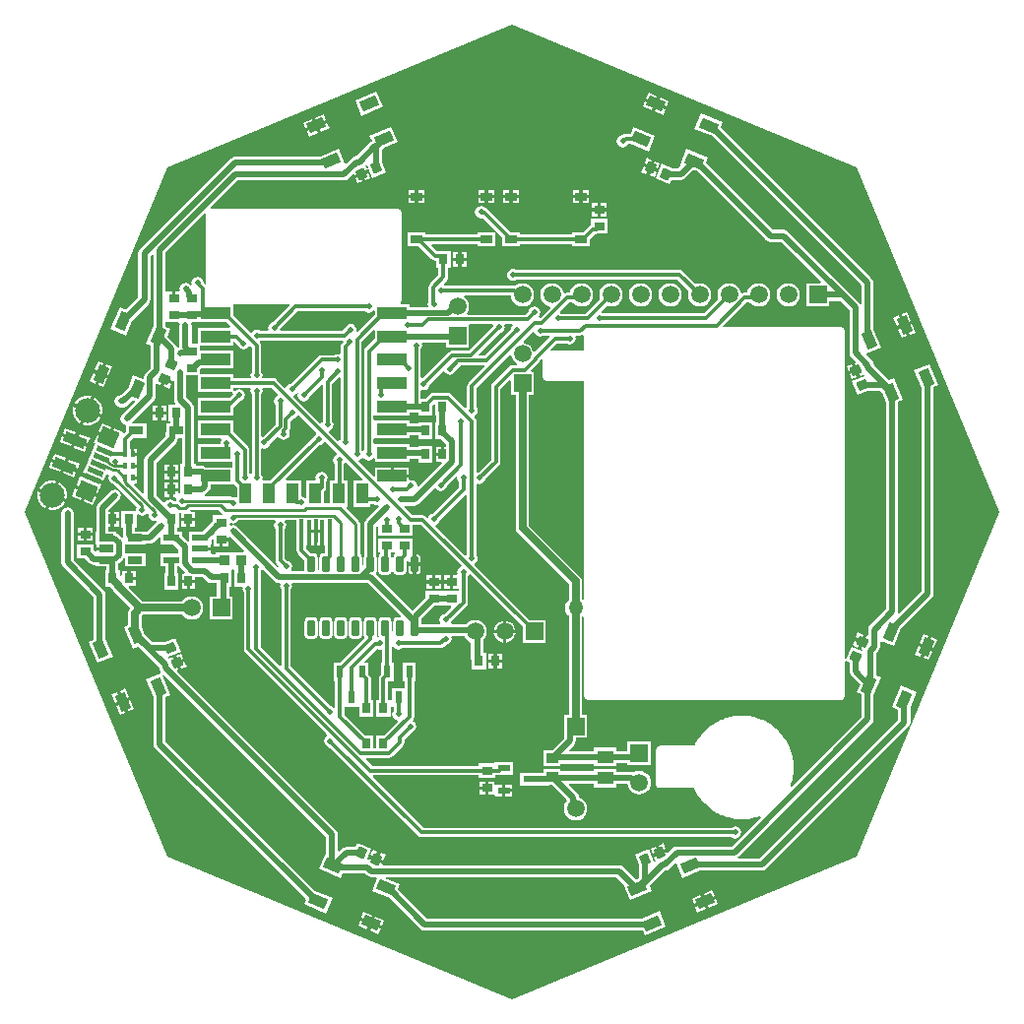
<source format=gtl>
G04*
G04 #@! TF.GenerationSoftware,Altium Limited,Altium Designer,21.4.1 (30)*
G04*
G04 Layer_Physical_Order=1*
G04 Layer_Color=255*
%FSLAX44Y44*%
%MOMM*%
G71*
G04*
G04 #@! TF.SameCoordinates,F062A0B2-1153-48B6-B7C1-D9BF76563F52*
G04*
G04*
G04 #@! TF.FilePolarity,Positive*
G04*
G01*
G75*
%ADD12C,0.2540*%
%ADD16R,0.9000X0.8000*%
%ADD17R,2.5000X1.0000*%
%ADD18R,1.0000X1.8000*%
%ADD19R,0.9000X0.7000*%
G04:AMPARAMS|DCode=20|XSize=0.9mm|YSize=0.8mm|CornerRadius=0mm|HoleSize=0mm|Usage=FLASHONLY|Rotation=112.500|XOffset=0mm|YOffset=0mm|HoleType=Round|Shape=Rectangle|*
%AMROTATEDRECTD20*
4,1,4,0.5418,-0.2627,-0.1974,-0.5688,-0.5418,0.2627,0.1974,0.5688,0.5418,-0.2627,0.0*
%
%ADD20ROTATEDRECTD20*%

G04:AMPARAMS|DCode=21|XSize=0.9mm|YSize=0.8mm|CornerRadius=0mm|HoleSize=0mm|Usage=FLASHONLY|Rotation=157.500|XOffset=0mm|YOffset=0mm|HoleType=Round|Shape=Rectangle|*
%AMROTATEDRECTD21*
4,1,4,0.5688,0.1974,0.2627,-0.5418,-0.5688,-0.1974,-0.2627,0.5418,0.5688,0.1974,0.0*
%
%ADD21ROTATEDRECTD21*%

G04:AMPARAMS|DCode=22|XSize=0.9mm|YSize=0.8mm|CornerRadius=0mm|HoleSize=0mm|Usage=FLASHONLY|Rotation=202.500|XOffset=0mm|YOffset=0mm|HoleType=Round|Shape=Rectangle|*
%AMROTATEDRECTD22*
4,1,4,0.2627,0.5418,0.5688,-0.1974,-0.2627,-0.5418,-0.5688,0.1974,0.2627,0.5418,0.0*
%
%ADD22ROTATEDRECTD22*%

G04:AMPARAMS|DCode=23|XSize=0.9mm|YSize=0.8mm|CornerRadius=0mm|HoleSize=0mm|Usage=FLASHONLY|Rotation=247.500|XOffset=0mm|YOffset=0mm|HoleType=Round|Shape=Rectangle|*
%AMROTATEDRECTD23*
4,1,4,-0.1974,0.5688,0.5418,0.2627,0.1974,-0.5688,-0.5418,-0.2627,-0.1974,0.5688,0.0*
%
%ADD23ROTATEDRECTD23*%

G04:AMPARAMS|DCode=24|XSize=1.5mm|YSize=0.9mm|CornerRadius=0mm|HoleSize=0mm|Usage=FLASHONLY|Rotation=202.500|XOffset=0mm|YOffset=0mm|HoleType=Round|Shape=Rectangle|*
%AMROTATEDRECTD24*
4,1,4,0.5207,0.7028,0.8651,-0.1287,-0.5207,-0.7028,-0.8651,0.1287,0.5207,0.7028,0.0*
%
%ADD24ROTATEDRECTD24*%

G04:AMPARAMS|DCode=25|XSize=1.5mm|YSize=0.9mm|CornerRadius=0mm|HoleSize=0mm|Usage=FLASHONLY|Rotation=247.500|XOffset=0mm|YOffset=0mm|HoleType=Round|Shape=Rectangle|*
%AMROTATEDRECTD25*
4,1,4,-0.1287,0.8651,0.7028,0.5207,0.1287,-0.8651,-0.7028,-0.5207,-0.1287,0.8651,0.0*
%
%ADD25ROTATEDRECTD25*%

G04:AMPARAMS|DCode=26|XSize=1.5mm|YSize=0.9mm|CornerRadius=0mm|HoleSize=0mm|Usage=FLASHONLY|Rotation=292.500|XOffset=0mm|YOffset=0mm|HoleType=Round|Shape=Rectangle|*
%AMROTATEDRECTD26*
4,1,4,-0.7028,0.5207,0.1287,0.8651,0.7028,-0.5207,-0.1287,-0.8651,-0.7028,0.5207,0.0*
%
%ADD26ROTATEDRECTD26*%

G04:AMPARAMS|DCode=27|XSize=1.5mm|YSize=0.9mm|CornerRadius=0mm|HoleSize=0mm|Usage=FLASHONLY|Rotation=337.500|XOffset=0mm|YOffset=0mm|HoleType=Round|Shape=Rectangle|*
%AMROTATEDRECTD27*
4,1,4,-0.8651,-0.1287,-0.5207,0.7028,0.8651,0.1287,0.5207,-0.7028,-0.8651,-0.1287,0.0*
%
%ADD27ROTATEDRECTD27*%

%ADD28R,0.8000X0.9000*%
G04:AMPARAMS|DCode=29|XSize=1.9mm|YSize=0.875mm|CornerRadius=0mm|HoleSize=0mm|Usage=FLASHONLY|Rotation=157.500|XOffset=0mm|YOffset=0mm|HoleType=Round|Shape=Rectangle|*
%AMROTATEDRECTD29*
4,1,4,1.0451,0.0406,0.7103,-0.7678,-1.0451,-0.0406,-0.7103,0.7678,1.0451,0.0406,0.0*
%
%ADD29ROTATEDRECTD29*%

G04:AMPARAMS|DCode=30|XSize=1.55mm|YSize=1.425mm|CornerRadius=0mm|HoleSize=0mm|Usage=FLASHONLY|Rotation=157.500|XOffset=0mm|YOffset=0mm|HoleType=Round|Shape=Rectangle|*
%AMROTATEDRECTD30*
4,1,4,0.9887,0.3617,0.4433,-0.9548,-0.9887,-0.3617,-0.4433,0.9548,0.9887,0.3617,0.0*
%
%ADD30ROTATEDRECTD30*%

G04:AMPARAMS|DCode=31|XSize=1.38mm|YSize=0.45mm|CornerRadius=0mm|HoleSize=0mm|Usage=FLASHONLY|Rotation=157.500|XOffset=0mm|YOffset=0mm|HoleType=Round|Shape=Rectangle|*
%AMROTATEDRECTD31*
4,1,4,0.7236,-0.0562,0.5514,-0.4719,-0.7236,0.0562,-0.5514,0.4719,0.7236,-0.0562,0.0*
%
%ADD31ROTATEDRECTD31*%

%ADD32R,1.2000X0.7500*%
%ADD33R,0.3500X0.6000*%
%ADD34R,1.4500X1.1000*%
%ADD35R,1.0000X0.9000*%
%ADD36R,1.2500X0.6500*%
%ADD37R,1.4000X0.6000*%
%ADD38R,0.9000X0.9500*%
%ADD39R,0.6000X1.0500*%
%ADD40R,1.0500X0.6000*%
%ADD41R,1.0000X0.7000*%
G04:AMPARAMS|DCode=42|XSize=1.31mm|YSize=0.62mm|CornerRadius=0.0775mm|HoleSize=0mm|Usage=FLASHONLY|Rotation=270.000|XOffset=0mm|YOffset=0mm|HoleType=Round|Shape=RoundedRectangle|*
%AMROUNDEDRECTD42*
21,1,1.3100,0.4650,0,0,270.0*
21,1,1.1550,0.6200,0,0,270.0*
1,1,0.1550,-0.2325,-0.5775*
1,1,0.1550,-0.2325,0.5775*
1,1,0.1550,0.2325,0.5775*
1,1,0.1550,0.2325,-0.5775*
%
%ADD42ROUNDEDRECTD42*%
%ADD43R,0.4000X2.0000*%
%ADD44R,0.7000X0.9000*%
%ADD78C,0.3048*%
%ADD79C,0.2540*%
%ADD80C,0.5080*%
%ADD81C,0.6350*%
%ADD82R,1.5000X1.5000*%
%ADD83C,1.5000*%
%ADD84C,2.1450*%
%ADD85R,1.5000X1.5000*%
%ADD86C,0.5000*%
%ADD87C,1.2700*%
G36*
X1329019Y1054698D02*
X1451836Y758190D01*
X1329019Y461682D01*
X1032510Y338864D01*
X736002Y461682D01*
X613184Y758190D01*
X736002Y1054698D01*
X1032510Y1177516D01*
X1329019Y1054698D01*
D02*
G37*
%LPC*%
G36*
X1149945Y1118788D02*
X1148031Y1114168D01*
X1155422Y1111107D01*
X1157336Y1115726D01*
X1149945Y1118788D01*
D02*
G37*
G36*
X1160107Y1114578D02*
X1158194Y1109959D01*
X1165585Y1106898D01*
X1167498Y1111517D01*
X1160107Y1114578D01*
D02*
G37*
G36*
X1146883Y1111397D02*
X1144970Y1106777D01*
X1152361Y1103716D01*
X1154274Y1108335D01*
X1146883Y1111397D01*
D02*
G37*
G36*
X1157046Y1107187D02*
X1155132Y1102568D01*
X1162523Y1099507D01*
X1164437Y1104126D01*
X1157046Y1107187D01*
D02*
G37*
G36*
X916057Y1119598D02*
X897506Y1111914D01*
X902894Y1098906D01*
X921445Y1106590D01*
X916057Y1119598D01*
D02*
G37*
G36*
X870495Y1100142D02*
X863104Y1097080D01*
X865017Y1092461D01*
X872408Y1095522D01*
X870495Y1100142D01*
D02*
G37*
G36*
X860332Y1095932D02*
X852941Y1092870D01*
X854855Y1088251D01*
X862246Y1091313D01*
X860332Y1095932D01*
D02*
G37*
G36*
X873556Y1092750D02*
X866165Y1089689D01*
X868079Y1085070D01*
X875470Y1088131D01*
X873556Y1092750D01*
D02*
G37*
G36*
X863394Y1088541D02*
X856003Y1085480D01*
X857916Y1080860D01*
X865307Y1083922D01*
X863394Y1088541D01*
D02*
G37*
G36*
X1137024Y1089005D02*
X1134618Y1083198D01*
X1130382D01*
X1128796Y1082882D01*
X1127566Y1082060D01*
X1125794Y1081708D01*
X1124126Y1080594D01*
X1123012Y1078926D01*
X1122621Y1076960D01*
X1123012Y1074994D01*
X1124126Y1073326D01*
X1125794Y1072212D01*
X1127760Y1071821D01*
X1129726Y1072212D01*
X1131394Y1073326D01*
X1132452Y1074910D01*
X1134259D01*
X1150187Y1068313D01*
X1155575Y1081321D01*
X1137024Y1089005D01*
D02*
G37*
G36*
X1148717Y1062540D02*
X1146804Y1057921D01*
X1150961Y1056199D01*
X1152875Y1060818D01*
X1148717Y1062540D01*
D02*
G37*
G36*
X1155646Y1059670D02*
X1153733Y1055051D01*
X1157890Y1053328D01*
X1159803Y1057948D01*
X1155646Y1059670D01*
D02*
G37*
G36*
X1145656Y1055149D02*
X1143742Y1050530D01*
X1147900Y1048808D01*
X1149813Y1053427D01*
X1145656Y1055149D01*
D02*
G37*
G36*
X1152585Y1052279D02*
X1150671Y1047660D01*
X1154829Y1045938D01*
X1156742Y1050557D01*
X1152585Y1052279D01*
D02*
G37*
G36*
X908970Y1049791D02*
X904813Y1048069D01*
X906726Y1043450D01*
X910883Y1045172D01*
X908970Y1049791D01*
D02*
G37*
G36*
X902041Y1046921D02*
X897884Y1045199D01*
X899797Y1040580D01*
X903954Y1042302D01*
X902041Y1046921D01*
D02*
G37*
G36*
X1098720Y1034920D02*
X1093220D01*
Y1030920D01*
X1098720D01*
Y1034920D01*
D02*
G37*
G36*
X1090220D02*
X1084720D01*
Y1030920D01*
X1090220D01*
Y1034920D01*
D02*
G37*
G36*
X1038720D02*
X1033220D01*
Y1030920D01*
X1038720D01*
Y1034920D01*
D02*
G37*
G36*
X1030220D02*
X1024720D01*
Y1030920D01*
X1030220D01*
Y1034920D01*
D02*
G37*
G36*
X1017440D02*
X1011940D01*
Y1030920D01*
X1017440D01*
Y1034920D01*
D02*
G37*
G36*
X1008940D02*
X1003440D01*
Y1030920D01*
X1008940D01*
Y1034920D01*
D02*
G37*
G36*
X957440D02*
X951940D01*
Y1030920D01*
X957440D01*
Y1034920D01*
D02*
G37*
G36*
X948940D02*
X943440D01*
Y1030920D01*
X948940D01*
Y1034920D01*
D02*
G37*
G36*
X1098720Y1027920D02*
X1093220D01*
Y1023920D01*
X1098720D01*
Y1027920D01*
D02*
G37*
G36*
X1090220D02*
X1084720D01*
Y1023920D01*
X1090220D01*
Y1027920D01*
D02*
G37*
G36*
X1038720D02*
X1033220D01*
Y1023920D01*
X1038720D01*
Y1027920D01*
D02*
G37*
G36*
X1030220D02*
X1024720D01*
Y1023920D01*
X1030220D01*
Y1027920D01*
D02*
G37*
G36*
X1017440D02*
X1011940D01*
Y1023920D01*
X1017440D01*
Y1027920D01*
D02*
G37*
G36*
X1008940D02*
X1003440D01*
Y1023920D01*
X1008940D01*
Y1027920D01*
D02*
G37*
G36*
X957440D02*
X951940D01*
Y1023920D01*
X957440D01*
Y1027920D01*
D02*
G37*
G36*
X948940D02*
X943440D01*
Y1023920D01*
X948940D01*
Y1027920D01*
D02*
G37*
G36*
X1113940Y1023920D02*
X1108940D01*
Y1019420D01*
X1113940D01*
Y1023920D01*
D02*
G37*
G36*
X1105940D02*
X1100940D01*
Y1019420D01*
X1105940D01*
Y1023920D01*
D02*
G37*
G36*
X1113940Y1016420D02*
X1108940D01*
Y1011920D01*
X1113940D01*
Y1016420D01*
D02*
G37*
G36*
X1105940D02*
X1100940D01*
Y1011920D01*
X1105940D01*
Y1016420D01*
D02*
G37*
G36*
X1005840Y1021139D02*
X1003874Y1020748D01*
X1002206Y1019634D01*
X1001092Y1017967D01*
X1000701Y1016000D01*
X1001092Y1014034D01*
X1002206Y1012366D01*
X1003874Y1011252D01*
X1005840Y1010861D01*
X1007157Y1011123D01*
X1024154Y994126D01*
X1024180Y993996D01*
Y986380D01*
X1039260D01*
Y988276D01*
X1084180D01*
Y986380D01*
X1099260D01*
Y992600D01*
X1103960Y997300D01*
X1104964D01*
X1105364Y997380D01*
X1114480D01*
Y1010460D01*
X1100400D01*
Y1005100D01*
X1099314Y1004374D01*
X1093400Y998460D01*
X1084180D01*
Y996564D01*
X1039260D01*
Y998460D01*
X1031419D01*
X1031174Y998826D01*
X1011443Y1018557D01*
X1010099Y1019455D01*
X1009516Y1019571D01*
X1009474Y1019634D01*
X1007806Y1020748D01*
X1005840Y1021139D01*
D02*
G37*
G36*
X993440Y981860D02*
X988940D01*
Y976860D01*
X993440D01*
Y981860D01*
D02*
G37*
G36*
X985940D02*
X981440D01*
Y976860D01*
X985940D01*
Y981860D01*
D02*
G37*
G36*
X993440Y973860D02*
X988940D01*
Y968860D01*
X993440D01*
Y973860D01*
D02*
G37*
G36*
X985940D02*
X981440D01*
Y968860D01*
X985940D01*
Y973860D01*
D02*
G37*
G36*
X1194922Y1100742D02*
X1189534Y1087734D01*
X1204780Y1081419D01*
X1333085Y953113D01*
Y937443D01*
X1331815Y937057D01*
X1331508Y937518D01*
X1320483Y948542D01*
X1269747Y999278D01*
X1268067Y1000401D01*
X1266085Y1000795D01*
X1256936D01*
X1199181Y1058551D01*
X1200845Y1062570D01*
X1182294Y1070254D01*
X1176906Y1057246D01*
X1177178Y1057133D01*
X1177426Y1055887D01*
X1175599Y1054061D01*
X1170599D01*
X1161359Y1057888D01*
X1155971Y1044880D01*
X1168055Y1039874D01*
X1169641Y1043702D01*
X1177745D01*
X1179727Y1044096D01*
X1181407Y1045219D01*
X1188593Y1052405D01*
X1192151Y1050931D01*
X1251129Y991953D01*
X1252809Y990831D01*
X1254791Y990436D01*
X1254791Y990436D01*
X1263939D01*
X1298282Y956093D01*
X1297796Y954920D01*
X1285360D01*
Y934840D01*
X1305440D01*
Y939700D01*
X1314675D01*
X1322666Y931710D01*
Y895128D01*
X1323060Y893146D01*
X1324183Y891466D01*
X1327930Y887719D01*
X1327682Y886473D01*
X1327371Y886344D01*
X1329667Y880801D01*
X1331963Y875258D01*
X1335353Y876662D01*
X1335519Y876525D01*
X1335302Y875061D01*
X1324632Y870641D01*
X1329637Y858557D01*
X1338224Y862113D01*
X1349369D01*
X1350571Y860912D01*
X1354133Y852312D01*
Y674472D01*
X1340204Y660544D01*
X1339082Y658864D01*
X1338687Y656881D01*
Y652093D01*
X1337632Y651388D01*
X1337321Y651516D01*
X1335025Y645973D01*
X1332729Y640430D01*
X1334162Y639836D01*
X1334194Y639617D01*
X1333043Y638719D01*
X1324280Y642349D01*
X1319709Y631315D01*
X1319583Y631010D01*
X1318782Y631169D01*
X1318313Y632251D01*
Y914400D01*
X1318116Y915392D01*
X1317554Y916234D01*
X1316712Y916796D01*
X1315720Y916993D01*
X1214423D01*
X1213937Y918166D01*
X1234244Y938474D01*
X1236860D01*
X1237439Y937719D01*
X1239537Y936110D01*
X1241979Y935098D01*
X1244600Y934753D01*
X1247221Y935098D01*
X1249663Y936110D01*
X1251761Y937719D01*
X1253370Y939817D01*
X1254382Y942259D01*
X1254727Y944880D01*
X1254382Y947501D01*
X1253370Y949943D01*
X1251761Y952041D01*
X1249663Y953650D01*
X1247221Y954662D01*
X1244600Y955007D01*
X1241979Y954662D01*
X1239537Y953650D01*
X1237439Y952041D01*
X1235830Y949943D01*
X1234818Y947501D01*
X1234721Y946761D01*
X1232528D01*
X1230942Y946446D01*
X1230445Y946114D01*
X1229083Y946731D01*
X1228982Y947501D01*
X1227970Y949943D01*
X1226361Y952041D01*
X1224263Y953650D01*
X1221821Y954662D01*
X1219200Y955007D01*
X1216579Y954662D01*
X1214137Y953650D01*
X1212039Y952041D01*
X1210430Y949943D01*
X1209418Y947501D01*
X1209073Y944880D01*
X1209418Y942259D01*
X1209799Y941339D01*
X1197632Y929172D01*
X1110310D01*
X1109853Y929477D01*
X1109528Y930948D01*
X1114059Y935479D01*
X1114979Y935098D01*
X1117600Y934753D01*
X1120221Y935098D01*
X1122663Y936110D01*
X1124761Y937719D01*
X1126370Y939817D01*
X1127382Y942259D01*
X1127727Y944880D01*
X1127382Y947501D01*
X1126370Y949943D01*
X1124761Y952041D01*
X1122663Y953650D01*
X1120221Y954662D01*
X1117600Y955007D01*
X1114979Y954662D01*
X1112537Y953650D01*
X1110439Y952041D01*
X1108830Y949943D01*
X1107818Y947501D01*
X1107473Y944880D01*
X1107818Y942259D01*
X1108199Y941339D01*
X1095564Y928704D01*
X1074750D01*
X1074223Y929056D01*
X1073870Y930499D01*
X1081844Y938474D01*
X1084460D01*
X1085039Y937719D01*
X1087137Y936110D01*
X1089579Y935098D01*
X1092200Y934753D01*
X1094821Y935098D01*
X1097263Y936110D01*
X1099361Y937719D01*
X1100970Y939817D01*
X1101982Y942259D01*
X1102327Y944880D01*
X1101982Y947501D01*
X1100970Y949943D01*
X1099361Y952041D01*
X1097263Y953650D01*
X1094821Y954662D01*
X1092200Y955007D01*
X1089579Y954662D01*
X1087137Y953650D01*
X1085039Y952041D01*
X1083430Y949943D01*
X1082418Y947501D01*
X1082321Y946761D01*
X1080128D01*
X1078542Y946446D01*
X1078045Y946114D01*
X1076683Y946731D01*
X1076582Y947501D01*
X1075570Y949943D01*
X1073961Y952041D01*
X1071863Y953650D01*
X1069421Y954662D01*
X1066800Y955007D01*
X1064179Y954662D01*
X1061737Y953650D01*
X1059639Y952041D01*
X1058030Y949943D01*
X1057018Y947501D01*
X1056673Y944880D01*
X1057018Y942259D01*
X1058030Y939817D01*
X1059639Y937719D01*
X1061737Y936110D01*
X1064179Y935098D01*
X1065026Y934987D01*
X1065435Y933784D01*
X1056821Y925170D01*
X1056181Y925270D01*
X1055620Y926644D01*
X1056308Y927673D01*
X1056699Y929640D01*
X1056308Y931607D01*
X1055194Y933274D01*
X1053527Y934388D01*
X1051560Y934779D01*
X1049594Y934388D01*
X1047926Y933274D01*
X1046812Y931607D01*
X1046600Y930540D01*
X1043900Y927840D01*
X994331D01*
X993770Y928979D01*
X994290Y929657D01*
X995302Y932099D01*
X995647Y934720D01*
X995302Y937341D01*
X994290Y939783D01*
X992681Y941881D01*
X990681Y943415D01*
X990678Y943555D01*
X991484Y944685D01*
X1031299D01*
X1031618Y942259D01*
X1032630Y939817D01*
X1034239Y937719D01*
X1036337Y936110D01*
X1038779Y935098D01*
X1041400Y934753D01*
X1044021Y935098D01*
X1046463Y936110D01*
X1048561Y937719D01*
X1050170Y939817D01*
X1051182Y942259D01*
X1051527Y944880D01*
X1051182Y947501D01*
X1050170Y949943D01*
X1048561Y952041D01*
X1046463Y953650D01*
X1044021Y954662D01*
X1041400Y955007D01*
X1038779Y954662D01*
X1036337Y953650D01*
X1035199Y952777D01*
X1034217Y952972D01*
X974282D01*
X974070Y953114D01*
X973840Y954680D01*
X976370Y957210D01*
X977268Y958554D01*
X977584Y960140D01*
Y968320D01*
X979980D01*
Y982400D01*
X971365D01*
X970964Y982480D01*
X967740D01*
X963117Y987103D01*
X963603Y988276D01*
X1002900D01*
Y986380D01*
X1017980D01*
Y998460D01*
X1002900D01*
Y996564D01*
X957980D01*
Y998460D01*
X942900D01*
Y986380D01*
X952120D01*
X963094Y975406D01*
X964438Y974508D01*
X966024Y974192D01*
X966900D01*
Y968320D01*
X969296D01*
Y961856D01*
X961917Y954477D01*
X961019Y953133D01*
X960704Y951547D01*
Y939003D01*
X960452Y938626D01*
X960061Y936660D01*
X960286Y935529D01*
X959331Y934259D01*
X944480D01*
Y936620D01*
X936824D01*
X936439Y937890D01*
X936553Y937967D01*
X937116Y938808D01*
X937313Y939800D01*
Y1016000D01*
X937116Y1016992D01*
X936553Y1017833D01*
X935712Y1018396D01*
X934720Y1018593D01*
X773714D01*
X773188Y1019863D01*
X796591Y1043266D01*
X887952D01*
X889934Y1043660D01*
X891615Y1044783D01*
X895361Y1048530D01*
X896607Y1048282D01*
X896736Y1047971D01*
X902279Y1050267D01*
X907822Y1052563D01*
X906418Y1055953D01*
X906555Y1056119D01*
X908019Y1055902D01*
X912439Y1045232D01*
X924523Y1050237D01*
X920967Y1058824D01*
Y1069969D01*
X922168Y1071171D01*
X934074Y1076102D01*
X928686Y1089110D01*
X910134Y1081426D01*
X911869Y1077238D01*
X911147Y1076755D01*
X898680Y1064289D01*
X898616D01*
X896634Y1063895D01*
X894954Y1062772D01*
X889977Y1057795D01*
X888491Y1058105D01*
X883416Y1070359D01*
X868170Y1064044D01*
X794705D01*
X794705Y1064044D01*
X792723Y1063650D01*
X791042Y1062527D01*
X712617Y984102D01*
X711495Y982422D01*
X711100Y980440D01*
Y942765D01*
X700269Y931934D01*
X695102Y934074D01*
X687418Y915522D01*
X700426Y910134D01*
X705593Y922608D01*
X719942Y936957D01*
X721065Y938638D01*
X721460Y940620D01*
Y978295D01*
X723047Y979883D01*
X724221Y979397D01*
Y918139D01*
X717906Y902894D01*
X721925Y901229D01*
Y882166D01*
X717406Y877647D01*
X716283Y875967D01*
X715889Y873985D01*
Y873570D01*
X714833Y872864D01*
X706839Y876175D01*
X701907Y864270D01*
X696257Y858620D01*
X695960D01*
X693978Y858225D01*
X692298Y857103D01*
X691175Y855422D01*
X690780Y853440D01*
X691175Y851458D01*
X692298Y849778D01*
X693978Y848655D01*
X695960Y848260D01*
X698403D01*
X700385Y848655D01*
X702065Y849778D01*
X706761Y854473D01*
X707987Y853965D01*
X708235Y852720D01*
X697377Y841862D01*
X696255Y840182D01*
X695861Y838200D01*
X696255Y836218D01*
X697377Y834538D01*
X699058Y833415D01*
X700900Y833048D01*
Y827610D01*
X698629Y825339D01*
X697553Y826059D01*
X697893Y826881D01*
X690272Y830039D01*
X686779Y821608D01*
X685394Y822182D01*
X684820Y820796D01*
X675812Y824528D01*
X672894Y817483D01*
X673966Y817039D01*
X671531Y811162D01*
X671082Y810078D01*
X670633Y808994D01*
X669044Y805156D01*
X668595Y804072D01*
X668146Y802988D01*
X666556Y799151D01*
X666107Y798067D01*
X665658Y796983D01*
X663620Y792062D01*
X664119Y791855D01*
X664038Y791661D01*
X672261Y788255D01*
X680483Y784849D01*
X680564Y785043D01*
X681062Y784837D01*
X683463Y790631D01*
X684679Y791112D01*
X685698Y790653D01*
X686096Y789357D01*
X686041Y789275D01*
X685649Y787308D01*
X686041Y785342D01*
X687154Y783674D01*
X688822Y782561D01*
X689782Y782370D01*
X709809Y762342D01*
X709611Y762045D01*
X709219Y760078D01*
X709262Y759862D01*
X708457Y758880D01*
X696420D01*
Y744800D01*
X697781D01*
Y738340D01*
X698073Y736868D01*
X696903Y736243D01*
X694353Y738792D01*
X692673Y739915D01*
X692250Y739999D01*
Y741630D01*
X685600D01*
Y745340D01*
X687460D01*
Y751840D01*
X688960D01*
D01*
X687460D01*
Y758340D01*
X685733D01*
X685655Y759610D01*
X694542Y768497D01*
X695665Y770178D01*
X696059Y772160D01*
X695665Y774142D01*
X694542Y775823D01*
X692862Y776945D01*
X690880Y777339D01*
X688898Y776945D01*
X687217Y775823D01*
X676758Y765362D01*
X675635Y763682D01*
X675240Y761700D01*
Y741630D01*
X674670D01*
Y730050D01*
X675210D01*
Y727940D01*
X683460D01*
Y724940D01*
X675210D01*
Y724411D01*
X673940Y723885D01*
X672520Y725305D01*
Y730060D01*
X658440D01*
Y717980D01*
X665195D01*
X669088Y714088D01*
X670768Y712965D01*
X672750Y712570D01*
X672750Y712570D01*
X674670D01*
Y711250D01*
X683781D01*
Y708080D01*
X682420D01*
Y694000D01*
X687259D01*
X688230Y693029D01*
X688402Y692167D01*
X689665Y690276D01*
X704301Y675640D01*
X704127Y675467D01*
X702864Y673576D01*
X702421Y671346D01*
Y660842D01*
X699050Y659446D01*
X706734Y640894D01*
X710752Y642559D01*
X728951Y624360D01*
Y624296D01*
X729345Y622314D01*
X730399Y620737D01*
X730425Y620491D01*
X730054Y619251D01*
X717801Y614176D01*
X724116Y598931D01*
Y558581D01*
X724510Y556599D01*
X725633Y554919D01*
X855751Y424801D01*
X854086Y420782D01*
X872637Y413098D01*
X878026Y426106D01*
X862781Y432421D01*
X734475Y560727D01*
Y599348D01*
X738493Y601012D01*
X731564Y617742D01*
X732641Y618461D01*
X872357Y478745D01*
Y464448D01*
X872103Y464278D01*
X872103D01*
X866715Y451270D01*
X885266Y443586D01*
X886931Y447605D01*
X905994D01*
X907888Y445710D01*
X909568Y444588D01*
X911551Y444193D01*
X915677D01*
X916383Y443138D01*
X911985Y432519D01*
X927230Y426204D01*
X953657Y399777D01*
X955337Y398654D01*
X957319Y398260D01*
X1144758D01*
X1146423Y394241D01*
X1164974Y401926D01*
X1159586Y414934D01*
X1144341Y408619D01*
X959465D01*
X934260Y433824D01*
X935924Y437843D01*
X923599Y442948D01*
X923847Y444193D01*
X1122310D01*
X1128466Y438037D01*
X1128406Y437738D01*
X1128406Y437738D01*
X1133794Y424729D01*
X1152346Y432414D01*
X1150681Y436432D01*
X1163800Y449551D01*
X1163864D01*
X1165846Y449945D01*
X1167526Y451068D01*
X1172503Y456045D01*
X1173989Y455734D01*
X1179064Y443481D01*
X1194309Y449796D01*
X1247455D01*
X1249437Y450190D01*
X1251118Y451313D01*
X1373458Y573653D01*
X1374581Y575334D01*
X1374975Y577316D01*
Y590924D01*
X1380142Y603397D01*
X1367134Y608786D01*
X1359449Y590234D01*
X1364616Y588094D01*
Y579461D01*
X1245310Y460155D01*
X1227168D01*
X1226782Y461425D01*
X1227243Y461732D01*
X1341822Y576312D01*
X1342945Y577992D01*
X1343339Y579974D01*
Y600781D01*
X1349654Y616026D01*
X1345635Y617691D01*
Y636754D01*
X1347529Y638648D01*
X1348652Y640328D01*
X1349046Y642310D01*
Y646438D01*
X1350103Y647143D01*
X1360721Y642745D01*
X1367036Y657990D01*
X1393463Y684417D01*
X1394586Y686097D01*
X1394980Y688079D01*
Y865358D01*
X1398999Y867023D01*
X1391314Y885574D01*
X1378306Y880186D01*
X1384621Y864941D01*
Y690225D01*
X1365554Y671158D01*
X1364384Y671784D01*
X1364492Y672327D01*
X1364492Y672327D01*
Y852730D01*
X1368510Y854394D01*
X1360826Y872946D01*
X1356808Y871281D01*
X1343689Y884400D01*
Y884464D01*
X1343295Y886446D01*
X1342172Y888126D01*
X1337195Y893103D01*
X1337505Y894589D01*
X1349759Y899664D01*
X1343444Y914910D01*
Y955258D01*
X1343050Y957241D01*
X1341927Y958921D01*
X1341927Y958921D01*
X1211809Y1089039D01*
X1213474Y1093058D01*
X1194922Y1100742D01*
D02*
G37*
G36*
X1270000Y955007D02*
X1267379Y954662D01*
X1264937Y953650D01*
X1262839Y952041D01*
X1261230Y949943D01*
X1260218Y947501D01*
X1259873Y944880D01*
X1260218Y942259D01*
X1261230Y939817D01*
X1262839Y937719D01*
X1264937Y936110D01*
X1267379Y935098D01*
X1270000Y934753D01*
X1272621Y935098D01*
X1275063Y936110D01*
X1277161Y937719D01*
X1278770Y939817D01*
X1279782Y942259D01*
X1280127Y944880D01*
X1279782Y947501D01*
X1278770Y949943D01*
X1277161Y952041D01*
X1275063Y953650D01*
X1272621Y954662D01*
X1270000Y955007D01*
D02*
G37*
G36*
X1033341Y967360D02*
X1031375Y966969D01*
X1029708Y965855D01*
X1028594Y964188D01*
X1028203Y962221D01*
X1028594Y960255D01*
X1029708Y958588D01*
X1031375Y957474D01*
X1033341Y957083D01*
X1035308Y957474D01*
X1036212Y958078D01*
X1174742D01*
X1184399Y948421D01*
X1184018Y947501D01*
X1183673Y944880D01*
X1184018Y942259D01*
X1185030Y939817D01*
X1186639Y937719D01*
X1188737Y936110D01*
X1191179Y935098D01*
X1193800Y934753D01*
X1196421Y935098D01*
X1198863Y936110D01*
X1200961Y937719D01*
X1202570Y939817D01*
X1203582Y942259D01*
X1203927Y944880D01*
X1203582Y947501D01*
X1202570Y949943D01*
X1200961Y952041D01*
X1198863Y953650D01*
X1196421Y954662D01*
X1193800Y955007D01*
X1191179Y954662D01*
X1190259Y954281D01*
X1179389Y965151D01*
X1178044Y966050D01*
X1176459Y966365D01*
X1036212D01*
X1035308Y966969D01*
X1033341Y967360D01*
D02*
G37*
G36*
X1168400Y955007D02*
X1165779Y954662D01*
X1163337Y953650D01*
X1161239Y952041D01*
X1159630Y949943D01*
X1158618Y947501D01*
X1158273Y944880D01*
X1158618Y942259D01*
X1159630Y939817D01*
X1161239Y937719D01*
X1163337Y936110D01*
X1165779Y935098D01*
X1168400Y934753D01*
X1171021Y935098D01*
X1173463Y936110D01*
X1175561Y937719D01*
X1177170Y939817D01*
X1178182Y942259D01*
X1178527Y944880D01*
X1178182Y947501D01*
X1177170Y949943D01*
X1175561Y952041D01*
X1173463Y953650D01*
X1171021Y954662D01*
X1168400Y955007D01*
D02*
G37*
G36*
X1143000D02*
X1140379Y954662D01*
X1137937Y953650D01*
X1135839Y952041D01*
X1134230Y949943D01*
X1133218Y947501D01*
X1132873Y944880D01*
X1133218Y942259D01*
X1134230Y939817D01*
X1135839Y937719D01*
X1137937Y936110D01*
X1140379Y935098D01*
X1143000Y934753D01*
X1145621Y935098D01*
X1148063Y936110D01*
X1150161Y937719D01*
X1151770Y939817D01*
X1152782Y942259D01*
X1153127Y944880D01*
X1152782Y947501D01*
X1151770Y949943D01*
X1150161Y952041D01*
X1148063Y953650D01*
X1145621Y954662D01*
X1143000Y955007D01*
D02*
G37*
G36*
X1372271Y930139D02*
X1367651Y928225D01*
X1370713Y920834D01*
X1375332Y922748D01*
X1372271Y930139D01*
D02*
G37*
G36*
X1364880Y927077D02*
X1360260Y925164D01*
X1363322Y917773D01*
X1367941Y919686D01*
X1364880Y927077D01*
D02*
G37*
G36*
X1376480Y919976D02*
X1371861Y918063D01*
X1374922Y910672D01*
X1379541Y912585D01*
X1376480Y919976D01*
D02*
G37*
G36*
X1369089Y916915D02*
X1364470Y915001D01*
X1367531Y907610D01*
X1372151Y909524D01*
X1369089Y916915D01*
D02*
G37*
G36*
X1324599Y885196D02*
X1319980Y883283D01*
X1321702Y879126D01*
X1326321Y881039D01*
X1324599Y885196D01*
D02*
G37*
G36*
X676643Y888098D02*
X673582Y880707D01*
X678201Y878794D01*
X681263Y886185D01*
X676643Y888098D01*
D02*
G37*
G36*
X684034Y885037D02*
X680973Y877646D01*
X685592Y875732D01*
X688653Y883123D01*
X684034Y885037D01*
D02*
G37*
G36*
X1327469Y878267D02*
X1322850Y876354D01*
X1324572Y872197D01*
X1329191Y874110D01*
X1327469Y878267D01*
D02*
G37*
G36*
X672433Y877936D02*
X669372Y870545D01*
X673991Y868631D01*
X677053Y876022D01*
X672433Y877936D01*
D02*
G37*
G36*
X679825Y874874D02*
X676763Y867483D01*
X681383Y865570D01*
X684444Y872961D01*
X679825Y874874D01*
D02*
G37*
G36*
X668878Y858278D02*
X665527D01*
X662291Y857411D01*
X659389Y855735D01*
X657020Y853366D01*
X656101Y851775D01*
X666391Y847513D01*
X670653Y857802D01*
X668878Y858278D01*
D02*
G37*
G36*
X673424Y856654D02*
X669162Y846364D01*
X679452Y842102D01*
X679927Y843877D01*
Y847228D01*
X679060Y850464D01*
X677385Y853366D01*
X675016Y855735D01*
X673424Y856654D01*
D02*
G37*
G36*
X654953Y849003D02*
X654477Y847228D01*
Y843877D01*
X655345Y840641D01*
X657020Y837739D01*
X659389Y835370D01*
X660981Y834451D01*
X665243Y844741D01*
X654953Y849003D01*
D02*
G37*
G36*
X668014Y843593D02*
X663752Y833303D01*
X665527Y832828D01*
X668878D01*
X672114Y833695D01*
X675016Y835370D01*
X677385Y837739D01*
X678304Y839331D01*
X668014Y843593D01*
D02*
G37*
G36*
X679878Y834344D02*
X676960Y827299D01*
X684582Y824142D01*
X687500Y831187D01*
X679878Y834344D01*
D02*
G37*
G36*
X648448Y830326D02*
X646582Y825822D01*
X655821Y821995D01*
X657686Y826499D01*
X648448Y830326D01*
D02*
G37*
G36*
X660458Y825351D02*
X658593Y820847D01*
X667831Y817020D01*
X669697Y821524D01*
X660458Y825351D01*
D02*
G37*
G36*
X645434Y823050D02*
X643568Y818546D01*
X652807Y814719D01*
X654673Y819223D01*
X645434Y823050D01*
D02*
G37*
G36*
X657444Y818075D02*
X655579Y813571D01*
X664818Y809744D01*
X666683Y814248D01*
X657444Y818075D01*
D02*
G37*
G36*
X639355Y808374D02*
X637490Y803870D01*
X646728Y800043D01*
X648594Y804547D01*
X639355Y808374D01*
D02*
G37*
G36*
X651366Y803399D02*
X649500Y798895D01*
X658739Y795069D01*
X660604Y799573D01*
X651366Y803399D01*
D02*
G37*
G36*
X636342Y801099D02*
X634476Y796595D01*
X643715Y792768D01*
X645580Y797272D01*
X636342Y801099D01*
D02*
G37*
G36*
X648352Y796124D02*
X646486Y791620D01*
X655725Y787793D01*
X657591Y792297D01*
X648352Y796124D01*
D02*
G37*
G36*
X662890Y788890D02*
X662414Y787739D01*
X660843Y788390D01*
X657925Y781345D01*
X666933Y777614D01*
X675941Y773883D01*
X677797Y778364D01*
X678283Y779537D01*
X678769Y780711D01*
X679335Y782078D01*
X671113Y785484D01*
X662890Y788890D01*
D02*
G37*
G36*
X638646Y785291D02*
X635295D01*
X632059Y784424D01*
X629157Y782749D01*
X626788Y780379D01*
X625869Y778788D01*
X636159Y774526D01*
X640421Y784816D01*
X638646Y785291D01*
D02*
G37*
G36*
X643192Y783668D02*
X638930Y773378D01*
X649220Y769116D01*
X649695Y770891D01*
Y774241D01*
X648828Y777478D01*
X647153Y780379D01*
X644784Y782749D01*
X643192Y783668D01*
D02*
G37*
G36*
X656777Y778574D02*
X653859Y771529D01*
X661481Y768372D01*
X664399Y775417D01*
X656777Y778574D01*
D02*
G37*
G36*
X667171Y774269D02*
X664253Y767224D01*
X671875Y764067D01*
X674793Y771111D01*
X667171Y774269D01*
D02*
G37*
G36*
X624721Y776016D02*
X624245Y774241D01*
Y770891D01*
X625113Y767654D01*
X626788Y764753D01*
X629157Y762384D01*
X630748Y761465D01*
X635011Y771754D01*
X624721Y776016D01*
D02*
G37*
G36*
X637782Y770606D02*
X633520Y760317D01*
X635295Y759841D01*
X638646D01*
X641882Y760708D01*
X644784Y762384D01*
X647153Y764753D01*
X648072Y766344D01*
X637782Y770606D01*
D02*
G37*
G36*
X694960Y758340D02*
X690460D01*
Y753340D01*
X694960D01*
Y758340D01*
D02*
G37*
G36*
Y750340D02*
X690460D01*
Y745340D01*
X694960D01*
Y750340D01*
D02*
G37*
G36*
X671980Y744520D02*
X666980D01*
Y740520D01*
X671980D01*
Y744520D01*
D02*
G37*
G36*
X663980D02*
X658980D01*
Y740520D01*
X663980D01*
Y744520D01*
D02*
G37*
G36*
X671980Y737520D02*
X666980D01*
Y733520D01*
X671980D01*
Y737520D01*
D02*
G37*
G36*
X663980D02*
X658980D01*
Y733520D01*
X663980D01*
Y737520D01*
D02*
G37*
G36*
X1329930Y654578D02*
X1328208Y650420D01*
X1332827Y648507D01*
X1334549Y652664D01*
X1329930Y654578D01*
D02*
G37*
G36*
X1386178Y653350D02*
X1383116Y645959D01*
X1387735Y644046D01*
X1390797Y651437D01*
X1386178Y653350D01*
D02*
G37*
G36*
X1327060Y647649D02*
X1325338Y643491D01*
X1329957Y641578D01*
X1331679Y645735D01*
X1327060Y647649D01*
D02*
G37*
G36*
X1393569Y650289D02*
X1390507Y642898D01*
X1395126Y640984D01*
X1398188Y648375D01*
X1393569Y650289D01*
D02*
G37*
G36*
X1381968Y643188D02*
X1378907Y635797D01*
X1383526Y633883D01*
X1386587Y641274D01*
X1381968Y643188D01*
D02*
G37*
G36*
X1389359Y640126D02*
X1386297Y632735D01*
X1390917Y630822D01*
X1393978Y638213D01*
X1389359Y640126D01*
D02*
G37*
G36*
X650240Y762100D02*
X648258Y761705D01*
X646578Y760583D01*
X645455Y758902D01*
X645061Y756920D01*
Y714702D01*
X645455Y712719D01*
X646578Y711039D01*
X672580Y685036D01*
Y648482D01*
X668561Y646817D01*
X676246Y628266D01*
X689254Y633654D01*
X682939Y648899D01*
Y687182D01*
X682545Y689164D01*
X681422Y690844D01*
X655419Y716847D01*
Y756920D01*
X655025Y758902D01*
X653903Y760583D01*
X652222Y761705D01*
X650240Y762100D01*
D02*
G37*
G36*
X700029Y606230D02*
X695409Y604316D01*
X698471Y596925D01*
X703090Y598839D01*
X700029Y606230D01*
D02*
G37*
G36*
X692638Y603168D02*
X688018Y601255D01*
X691080Y593864D01*
X695699Y595777D01*
X692638Y603168D01*
D02*
G37*
G36*
X704238Y596067D02*
X699619Y594154D01*
X702681Y586763D01*
X707300Y588676D01*
X704238Y596067D01*
D02*
G37*
G36*
X696847Y593006D02*
X692228Y591092D01*
X695290Y583701D01*
X699909Y585615D01*
X696847Y593006D01*
D02*
G37*
G36*
X1204564Y432980D02*
X1197173Y429918D01*
X1199086Y425299D01*
X1206477Y428360D01*
X1204564Y432980D01*
D02*
G37*
G36*
X1194401Y428770D02*
X1187010Y425709D01*
X1188924Y421090D01*
X1196315Y424151D01*
X1194401Y428770D01*
D02*
G37*
G36*
X1207625Y425589D02*
X1200234Y422527D01*
X1202148Y417908D01*
X1209539Y420970D01*
X1207625Y425589D01*
D02*
G37*
G36*
X1197463Y421379D02*
X1190072Y418318D01*
X1191985Y413699D01*
X1199376Y416760D01*
X1197463Y421379D01*
D02*
G37*
G36*
X905037Y414333D02*
X903123Y409714D01*
X910514Y406653D01*
X912428Y411272D01*
X905037Y414333D01*
D02*
G37*
G36*
X915199Y410124D02*
X913286Y405505D01*
X920677Y402443D01*
X922590Y407062D01*
X915199Y410124D01*
D02*
G37*
G36*
X901975Y406942D02*
X900062Y402323D01*
X907453Y399262D01*
X909366Y403881D01*
X901975Y406942D01*
D02*
G37*
G36*
X912138Y402733D02*
X910224Y398114D01*
X917615Y395052D01*
X919529Y399672D01*
X912138Y402733D01*
D02*
G37*
%LPD*%
G36*
X769567Y1014446D02*
Y954601D01*
X768297Y954075D01*
X767091Y955281D01*
X766748Y957007D01*
X765634Y958674D01*
X763967Y959788D01*
X762000Y960179D01*
X760033Y959788D01*
X758366Y958674D01*
X757252Y957007D01*
X756861Y955040D01*
X757105Y953816D01*
X755934Y953191D01*
X755502Y953623D01*
X753822Y954745D01*
X751840Y955139D01*
X749858Y954745D01*
X748177Y953623D01*
X747055Y951942D01*
X746661Y949960D01*
X746853Y948990D01*
X745816Y947720D01*
X743180D01*
Y941720D01*
X740180D01*
Y947720D01*
X735180D01*
X734580Y948741D01*
Y981255D01*
X768297Y1014972D01*
X769567Y1014446D01*
D02*
G37*
G36*
X914400Y930965D02*
Y927400D01*
X899839Y912839D01*
X898669Y913465D01*
X898915Y914703D01*
X898524Y916670D01*
X897410Y918337D01*
X895743Y919451D01*
X893776Y919842D01*
X891810Y919451D01*
X890143Y918337D01*
X889029Y916670D01*
X888921Y916125D01*
X886851Y914055D01*
X833895D01*
X832950Y915325D01*
X833000Y915575D01*
X848001Y930576D01*
X906450D01*
X907354Y929972D01*
X909320Y929581D01*
X911286Y929972D01*
X912954Y931086D01*
X913130Y931350D01*
X914400Y930965D01*
D02*
G37*
G36*
X841738Y936034D02*
X827140Y921435D01*
X826074Y921223D01*
X824406Y920109D01*
X823292Y918442D01*
X822901Y916475D01*
X823130Y915325D01*
X822185Y914055D01*
X816262D01*
X815358Y914659D01*
X813391Y915050D01*
X811425Y914659D01*
X809758Y913545D01*
X809106Y912570D01*
X807540Y912340D01*
X792480Y927400D01*
Y936620D01*
X793507Y937207D01*
X841252D01*
X841738Y936034D01*
D02*
G37*
G36*
X790367Y917793D02*
X789881Y916620D01*
X762400D01*
Y902540D01*
X756916D01*
Y918727D01*
X756681Y919910D01*
X757618Y921180D01*
X763960D01*
Y921540D01*
X786620D01*
X790367Y917793D01*
D02*
G37*
G36*
X1094687Y909978D02*
Y896673D01*
X1066085D01*
X1065599Y897846D01*
X1071101Y903348D01*
X1079170D01*
X1080073Y902744D01*
X1082040Y902353D01*
X1084007Y902744D01*
X1085674Y903858D01*
X1086788Y905525D01*
X1087179Y907492D01*
X1086950Y908642D01*
X1087896Y909912D01*
X1091188D01*
X1092774Y910228D01*
X1093417Y910657D01*
X1094687Y909978D01*
D02*
G37*
G36*
X746793Y919910D02*
X746557Y918727D01*
Y900369D01*
X746337Y900325D01*
X745474Y899749D01*
X744064Y900327D01*
X742941Y902007D01*
X735755Y909193D01*
X738598Y916057D01*
X734580Y917722D01*
Y919935D01*
X734640Y921180D01*
X745855D01*
X746793Y919910D01*
D02*
G37*
G36*
X1016170Y918282D02*
X1016120Y918032D01*
X994937Y896849D01*
X980951D01*
X979365Y896533D01*
X978021Y895635D01*
X955624Y873238D01*
X955374Y873188D01*
X954104Y874134D01*
Y898750D01*
X954708Y899653D01*
X955099Y901620D01*
X954874Y902750D01*
X955829Y904020D01*
X975480D01*
Y899280D01*
X995560D01*
Y919360D01*
X996750Y919552D01*
X1015225D01*
X1016170Y918282D01*
D02*
G37*
G36*
X1051788Y912614D02*
X1051892Y912089D01*
X1053006Y910422D01*
X1054673Y909308D01*
X1056640Y908917D01*
X1058606Y909308D01*
X1059510Y909912D01*
X1064285D01*
X1064771Y908739D01*
X1051896Y895863D01*
X1050693Y896272D01*
X1050656Y896560D01*
X1049698Y898871D01*
X1048175Y900855D01*
X1046191Y902378D01*
X1043880Y903335D01*
X1042856Y903470D01*
X1042401Y904811D01*
X1050573Y912983D01*
X1051788Y912614D01*
D02*
G37*
G36*
X887566Y904786D02*
X887505Y904481D01*
X886070Y903046D01*
X885172Y901702D01*
X884856Y900116D01*
Y894855D01*
X883586Y893910D01*
X882436Y894139D01*
X880470Y893748D01*
X879566Y893144D01*
X868680D01*
X868680Y893144D01*
X867094Y892828D01*
X865750Y891930D01*
X842380Y868560D01*
X841313Y868348D01*
X839646Y867234D01*
X838557Y865603D01*
X838417Y865422D01*
X837193Y865171D01*
X830354Y872010D01*
X829009Y872908D01*
X827424Y873224D01*
X818655D01*
X817710Y874494D01*
X817939Y875644D01*
X817548Y877610D01*
X816944Y878514D01*
Y901220D01*
X816628Y902806D01*
X815799Y904047D01*
X815740Y904196D01*
X816050Y905626D01*
X816262Y905768D01*
X886760D01*
X887566Y904786D01*
D02*
G37*
G36*
X1033059Y918282D02*
X1032686Y918034D01*
X1031572Y916367D01*
X1031360Y915300D01*
X1008591Y892531D01*
X1003998D01*
X1003512Y893704D01*
X1021980Y912172D01*
X1023046Y912384D01*
X1024714Y913498D01*
X1025828Y915165D01*
X1026219Y917132D01*
X1025990Y918282D01*
X1026936Y919552D01*
X1032673D01*
X1033059Y918282D01*
D02*
G37*
G36*
X1008940Y883070D02*
X994933Y869063D01*
X994035Y867719D01*
X993720Y866133D01*
Y848334D01*
X993578Y848122D01*
X992011Y847892D01*
X980590Y859314D01*
X979245Y860212D01*
X977660Y860528D01*
X964724D01*
X963138Y860212D01*
X961794Y859314D01*
X957880Y855400D01*
X954104D01*
Y862423D01*
X955374Y863368D01*
X956524Y863139D01*
X958491Y863531D01*
X960158Y864645D01*
X961272Y866312D01*
X961484Y867378D01*
X973092Y878986D01*
X974566Y878664D01*
X975376Y877452D01*
X977043Y876338D01*
X979009Y875947D01*
X980976Y876338D01*
X982643Y877452D01*
X983757Y879119D01*
X983969Y880185D01*
X988028Y884243D01*
X1008454D01*
X1008940Y883070D01*
D02*
G37*
G36*
X796609Y902268D02*
X796821Y901202D01*
X797935Y899535D01*
X799602Y898421D01*
X801569Y898030D01*
X803535Y898421D01*
X805202Y899535D01*
X805854Y900510D01*
X807421Y900740D01*
X808656Y899504D01*
Y878514D01*
X808052Y877610D01*
X807661Y875644D01*
X807890Y874494D01*
X806945Y873224D01*
X792480D01*
Y876620D01*
X763960D01*
Y880215D01*
X765185Y881441D01*
X774980D01*
X775480Y881540D01*
X792480D01*
Y896620D01*
X763960D01*
Y901540D01*
X792480D01*
Y904936D01*
X793941D01*
X796609Y902268D01*
D02*
G37*
G36*
X740791Y871151D02*
X741722Y870966D01*
Y854899D01*
X742116Y852917D01*
X743003Y851590D01*
X742499Y850320D01*
X737060D01*
Y836240D01*
X738341D01*
Y834330D01*
X734900D01*
Y827330D01*
X734800Y826830D01*
Y823405D01*
X717698Y806302D01*
X716575Y804622D01*
X716180Y802640D01*
Y774333D01*
X715007Y773847D01*
X707627Y781227D01*
X708113Y782400D01*
X709870D01*
Y785900D01*
X706120D01*
Y788900D01*
X709870D01*
Y792400D01*
X709870D01*
Y792560D01*
X709870D01*
Y796060D01*
X706120D01*
Y799060D01*
X709870D01*
Y802560D01*
X709870D01*
Y802720D01*
X709870D01*
Y806220D01*
X706120D01*
Y807720D01*
X704620D01*
Y812720D01*
X703910D01*
Y813260D01*
X703764D01*
Y818754D01*
X706760Y821750D01*
X717980D01*
Y834330D01*
X706291D01*
X705765Y835600D01*
X724731Y854566D01*
X725854Y856246D01*
X726248Y858228D01*
Y867914D01*
X727304Y868620D01*
X730239Y867404D01*
X732535Y872947D01*
X733921Y872373D01*
X734495Y873759D01*
X740791Y871151D01*
D02*
G37*
G36*
X869616Y867177D02*
Y835990D01*
X869037Y835123D01*
X868897Y834942D01*
X867673Y834691D01*
X844851Y857513D01*
X845102Y858737D01*
X845283Y858877D01*
X846914Y859966D01*
X847596Y860987D01*
X848692Y860487D01*
X848301Y858520D01*
X848692Y856553D01*
X849806Y854886D01*
X851473Y853772D01*
X853440Y853381D01*
X855406Y853772D01*
X857074Y854886D01*
X858188Y856553D01*
X858400Y857620D01*
X868443Y867663D01*
X869616Y867177D01*
D02*
G37*
G36*
X966660Y850664D02*
Y841320D01*
X967521D01*
Y835080D01*
X966660D01*
Y821000D01*
X971415D01*
X975561Y816854D01*
Y814220D01*
X974200D01*
Y807720D01*
X972700D01*
Y806220D01*
X967200D01*
Y801220D01*
X971636D01*
X972122Y800047D01*
X951922Y779846D01*
X950751Y780472D01*
X950791Y780671D01*
X950400Y782637D01*
X949286Y784305D01*
X947618Y785418D01*
X945652Y785810D01*
X944922Y785664D01*
X943940Y786470D01*
Y787580D01*
X929440D01*
Y789080D01*
X927940D01*
Y796080D01*
X914940D01*
Y789220D01*
X913670Y788694D01*
X900731Y801633D01*
X900982Y802857D01*
X901163Y802997D01*
X902794Y804086D01*
X903498Y805141D01*
X904982D01*
X905686Y804086D01*
X907354Y802972D01*
X909320Y802581D01*
X911286Y802972D01*
X912954Y804086D01*
X913130Y804350D01*
X914400Y803965D01*
Y801540D01*
X944480D01*
Y803901D01*
X951660D01*
Y800680D01*
X963740D01*
Y814760D01*
X951660D01*
Y814259D01*
X944480D01*
Y816620D01*
X914400D01*
X913464Y817425D01*
Y820735D01*
X914400Y821540D01*
X914734Y821540D01*
X944480D01*
Y823901D01*
X951660D01*
Y821000D01*
X963740D01*
Y835080D01*
X951660D01*
Y834259D01*
X944480D01*
Y836620D01*
X914734D01*
X914400Y836620D01*
X913464Y837426D01*
Y840734D01*
X914400Y841540D01*
X944480D01*
Y843540D01*
X951660D01*
Y841320D01*
X963740D01*
Y849540D01*
X965390Y851190D01*
X966660Y850664D01*
D02*
G37*
G36*
X831242Y859401D02*
X830858Y857990D01*
X829486Y857074D01*
X828372Y855406D01*
X827981Y853440D01*
X828372Y851473D01*
X828976Y850570D01*
Y833352D01*
X818464Y822840D01*
X818214Y822790D01*
X816944Y823736D01*
Y859646D01*
X817548Y860549D01*
X817939Y862516D01*
X817710Y863666D01*
X818655Y864936D01*
X825707D01*
X831242Y859401D01*
D02*
G37*
G36*
X864041Y826602D02*
X863812Y825036D01*
X862837Y824384D01*
X861723Y822717D01*
X861600Y822100D01*
X825120Y785620D01*
X818586D01*
X817780Y786602D01*
X817939Y787400D01*
X817548Y789367D01*
X816944Y790270D01*
Y812025D01*
X818214Y812970D01*
X819364Y812741D01*
X821330Y813132D01*
X822998Y814246D01*
X824112Y815913D01*
X824324Y816980D01*
X830111Y822767D01*
X831678Y822538D01*
X832330Y821563D01*
X833997Y820449D01*
X835963Y820058D01*
X837930Y820449D01*
X839597Y821563D01*
X840711Y823230D01*
X841102Y825197D01*
X840711Y827163D01*
X840621Y827297D01*
X841266Y828262D01*
X841582Y829847D01*
Y835722D01*
X844180Y838320D01*
X845247Y838532D01*
X846914Y839646D01*
X847830Y841018D01*
X849241Y841402D01*
X864041Y826602D01*
D02*
G37*
G36*
X884856Y872984D02*
Y820750D01*
X884277Y819883D01*
X884137Y819702D01*
X882913Y819451D01*
X875331Y827032D01*
X875582Y828257D01*
X875763Y828397D01*
X877394Y829486D01*
X878508Y831153D01*
X878899Y833120D01*
X878508Y835087D01*
X877904Y835990D01*
Y868448D01*
X883336Y873880D01*
X883586Y873930D01*
X884856Y872984D01*
D02*
G37*
G36*
X914400Y914021D02*
Y907400D01*
X906390Y899390D01*
X905492Y898046D01*
X905176Y896460D01*
Y811379D01*
X903915Y810869D01*
X903900Y810872D01*
X903304Y811489D01*
Y904584D01*
X913227Y914507D01*
X914400Y914021D01*
D02*
G37*
G36*
X1032010Y892624D02*
X1032144Y891600D01*
X1033102Y889289D01*
X1034624Y887305D01*
X1036609Y885782D01*
X1036787Y885708D01*
X1036534Y884438D01*
X1033031D01*
X1031445Y884123D01*
X1030101Y883224D01*
X1015650Y868773D01*
X1014751Y867429D01*
X1014436Y865843D01*
Y803351D01*
X1003445Y792360D01*
X1003195Y792310D01*
X1001925Y793255D01*
Y836262D01*
X1001610Y837848D01*
X1000711Y839192D01*
X1000292Y839611D01*
X1000522Y841178D01*
X1001497Y841830D01*
X1002611Y843497D01*
X1003002Y845463D01*
X1002611Y847430D01*
X1002007Y848334D01*
Y864417D01*
X1030669Y893079D01*
X1032010Y892624D01*
D02*
G37*
G36*
X762400Y861540D02*
X791514Y861540D01*
X791526D01*
X791526D01*
X791989Y861540D01*
X792443Y860959D01*
D01*
X792443Y860959D01*
Y860959D01*
X792659Y859714D01*
X792600Y859420D01*
X789800Y856620D01*
X762400D01*
Y841540D01*
X792480D01*
Y847580D01*
X798460Y853560D01*
X799527Y853772D01*
X801194Y854886D01*
X802308Y856553D01*
X802699Y858520D01*
X802308Y860487D01*
X801194Y862154D01*
X799527Y863268D01*
X797560Y863659D01*
X795593Y863268D01*
X794350Y862437D01*
X793196Y862058D01*
D01*
X793196D01*
X793196Y862058D01*
X792480Y862275D01*
X792480Y862607D01*
Y864936D01*
X806945D01*
X807890Y863666D01*
X807661Y862516D01*
X808052Y860549D01*
X808656Y859646D01*
Y791318D01*
X808265Y791016D01*
X807601Y791005D01*
X806784Y791479D01*
Y811380D01*
X806468Y812966D01*
X805570Y814310D01*
X792480Y827400D01*
Y836620D01*
X762400D01*
Y821540D01*
X782167D01*
X782845Y820270D01*
X782381Y819575D01*
X781990Y817609D01*
X781991Y817602D01*
X781186Y816620D01*
X762400D01*
Y801540D01*
X791932D01*
Y796620D01*
X769488D01*
X768522Y797265D01*
X766540Y797660D01*
X760300D01*
Y799520D01*
X759159D01*
Y847821D01*
X758765Y849803D01*
X757643Y851483D01*
X752081Y857044D01*
Y875460D01*
X762400D01*
Y861540D01*
D02*
G37*
G36*
X1031360Y871104D02*
Y858640D01*
X1035573D01*
Y744190D01*
X1036017Y741960D01*
X1037280Y740070D01*
X1081293Y696056D01*
Y682374D01*
X1080780Y681980D01*
X1079355Y680123D01*
X1078459Y677961D01*
X1078153Y675640D01*
X1078459Y673319D01*
X1079355Y671157D01*
X1080780Y669300D01*
X1081293Y668906D01*
Y584020D01*
X1077080D01*
Y569520D01*
X1076981Y569020D01*
Y563485D01*
X1067015Y553520D01*
X1059260D01*
Y539440D01*
X1074340D01*
Y541800D01*
X1102730D01*
Y539440D01*
X1122310D01*
Y542300D01*
X1131844D01*
Y540760D01*
X1151924D01*
Y560839D01*
X1131844D01*
Y552659D01*
X1122310D01*
Y555520D01*
X1102730D01*
Y552160D01*
X1081964D01*
X1081478Y553333D01*
X1085823Y557677D01*
X1086945Y559358D01*
X1087339Y561340D01*
Y563940D01*
X1097160D01*
Y584020D01*
X1092947D01*
Y668180D01*
X1093417Y668695D01*
X1093508Y668696D01*
X1094687Y667967D01*
Y599440D01*
X1094884Y598448D01*
X1095446Y597607D01*
X1096288Y597044D01*
X1097280Y596847D01*
X1315720D01*
X1316712Y597044D01*
X1317554Y597607D01*
X1318116Y598448D01*
X1318313Y599440D01*
Y628801D01*
X1318932Y629845D01*
D01*
X1318932Y629845D01*
Y629845D01*
X1319583Y630137D01*
X1323102Y628679D01*
Y620575D01*
X1323496Y618593D01*
X1324619Y616913D01*
X1331805Y609727D01*
X1328961Y602863D01*
X1332980Y601198D01*
Y582120D01*
X1272972Y522112D01*
X1271855Y522790D01*
X1273092Y526715D01*
X1273188Y526998D01*
X1273200Y527057D01*
X1273563Y528207D01*
X1273584Y528405D01*
X1273652Y528592D01*
X1274156Y531861D01*
X1274327Y532725D01*
X1274356Y533164D01*
X1274630Y534944D01*
X1274621Y535143D01*
X1274660Y535338D01*
Y537804D01*
X1274709Y538551D01*
X1274660Y539299D01*
Y541764D01*
X1274621Y541960D01*
X1274630Y542158D01*
X1274356Y543938D01*
X1274327Y544378D01*
X1274156Y545241D01*
X1273652Y548510D01*
X1273584Y548697D01*
X1273563Y548895D01*
X1273200Y550046D01*
X1273188Y550104D01*
X1273092Y550388D01*
X1271630Y555024D01*
X1271534Y555199D01*
X1271483Y555391D01*
X1268641Y561155D01*
X1268519Y561312D01*
X1268439Y561495D01*
X1265651Y565476D01*
X1265485Y565726D01*
X1265445Y565771D01*
X1264753Y566759D01*
X1264609Y566897D01*
X1264502Y567064D01*
X1262215Y569454D01*
X1261635Y570116D01*
X1261303Y570406D01*
X1260058Y571707D01*
X1259895Y571821D01*
X1259764Y571970D01*
X1257808Y573471D01*
X1257245Y573965D01*
X1256622Y574382D01*
X1254666Y575883D01*
X1254487Y575971D01*
X1254335Y576099D01*
X1252756Y576965D01*
X1252390Y577209D01*
X1251600Y577599D01*
X1248700Y579190D01*
X1248511Y579250D01*
X1248341Y579353D01*
X1247207Y579766D01*
X1247153Y579792D01*
X1246869Y579888D01*
X1242301Y581551D01*
X1242105Y581581D01*
X1241921Y581657D01*
X1235618Y582911D01*
X1235419D01*
X1235226Y582958D01*
X1230368Y583170D01*
X1230070Y583190D01*
X1230011Y583186D01*
X1228805Y583239D01*
X1228608Y583208D01*
X1228410Y583226D01*
X1225122Y582866D01*
X1224244Y582808D01*
X1223812Y582722D01*
X1222022Y582526D01*
X1221832Y582466D01*
X1221634Y582453D01*
X1219252Y581815D01*
X1218517Y581669D01*
X1217808Y581428D01*
X1215426Y580790D01*
X1215247Y580702D01*
X1215053Y580659D01*
X1213405Y579934D01*
X1212988Y579792D01*
X1212199Y579403D01*
X1209171Y578070D01*
X1209008Y577956D01*
X1208822Y577884D01*
X1207805Y577236D01*
X1207751Y577209D01*
X1207503Y577043D01*
X1203402Y574431D01*
X1203259Y574294D01*
X1203086Y574194D01*
X1198254Y569957D01*
X1198133Y569799D01*
X1197978Y569674D01*
X1194853Y565950D01*
X1194656Y565726D01*
X1194623Y565676D01*
X1193847Y564751D01*
X1193752Y564577D01*
X1193617Y564430D01*
X1191901Y561602D01*
X1191412Y560871D01*
X1191217Y560476D01*
X1190283Y558936D01*
X1190215Y558749D01*
X1190105Y558584D01*
X1189538Y557217D01*
X1159783D01*
X1159783Y557233D01*
X1159617Y557214D01*
X1159226Y557136D01*
X1159223Y557135D01*
X1158633Y557018D01*
X1158626Y557017D01*
X1158600Y557006D01*
X1158564Y556991D01*
X1158466Y556971D01*
X1158383Y556916D01*
X1158320Y556890D01*
X1157480Y556328D01*
X1157432Y556281D01*
X1157349Y556225D01*
X1157294Y556142D01*
X1157246Y556094D01*
X1157246Y556094D01*
X1157246Y556094D01*
X1157001Y555728D01*
X1156684Y555254D01*
X1156684Y555254D01*
X1156684Y555254D01*
X1156659Y555192D01*
X1156603Y555108D01*
X1156583Y555010D01*
X1156558Y554948D01*
X1156556Y554941D01*
X1156471Y554511D01*
X1156470Y554507D01*
X1156361Y553957D01*
X1156341Y553791D01*
X1156357D01*
Y523311D01*
X1156555Y522319D01*
X1157117Y521478D01*
X1157958Y520916D01*
X1158950Y520718D01*
X1189193D01*
X1190105Y518519D01*
X1190215Y518353D01*
X1190283Y518166D01*
X1191217Y516626D01*
X1191412Y516232D01*
X1191901Y515501D01*
X1193617Y512672D01*
X1193751Y512525D01*
X1193847Y512351D01*
X1194623Y511426D01*
X1194656Y511377D01*
X1194852Y511154D01*
X1197978Y507428D01*
X1198133Y507303D01*
X1198254Y507146D01*
X1203086Y502908D01*
X1203259Y502809D01*
X1203402Y502671D01*
X1207504Y500058D01*
X1207751Y499893D01*
X1207804Y499866D01*
X1208822Y499218D01*
X1209008Y499146D01*
X1209171Y499032D01*
X1212199Y497699D01*
X1212988Y497310D01*
X1213405Y497169D01*
X1215053Y496443D01*
X1215247Y496400D01*
X1215426Y496312D01*
X1217808Y495674D01*
X1218517Y495434D01*
X1219251Y495287D01*
X1221634Y494649D01*
X1221832Y494636D01*
X1222022Y494576D01*
X1223812Y494380D01*
X1224244Y494294D01*
X1225121Y494237D01*
X1228410Y493877D01*
X1228608Y493894D01*
X1228805Y493864D01*
X1230011Y493916D01*
X1230070Y493912D01*
X1230367Y493932D01*
X1235226Y494144D01*
X1235419Y494191D01*
X1235618D01*
X1241921Y495445D01*
X1242105Y495521D01*
X1242301Y495551D01*
X1245940Y496876D01*
X1246639Y495779D01*
X1221435Y470574D01*
X1174528D01*
X1172546Y470180D01*
X1170865Y469057D01*
X1167119Y465311D01*
X1165873Y465558D01*
X1165744Y465869D01*
X1160201Y463573D01*
X1154658Y461277D01*
X1156062Y457887D01*
X1155925Y457721D01*
X1154461Y457938D01*
X1150041Y468608D01*
X1137957Y463603D01*
X1141513Y455016D01*
Y443871D01*
X1140312Y442669D01*
X1139019Y442134D01*
X1128118Y453036D01*
X1126437Y454158D01*
X1124455Y454552D01*
X921333D01*
X920628Y455608D01*
X920756Y455919D01*
X915213Y458215D01*
X909670Y460511D01*
X909076Y459078D01*
X908857Y459046D01*
X907959Y460197D01*
X911589Y468960D01*
X899505Y473966D01*
X897919Y470138D01*
X889815D01*
X887833Y469744D01*
X886153Y468621D01*
X883889Y466358D01*
X882716Y466844D01*
Y480890D01*
X882716Y480890D01*
X882322Y482873D01*
X881199Y484553D01*
X881199Y484553D01*
X744710Y621041D01*
X744958Y622287D01*
X745269Y622416D01*
X742973Y627959D01*
X740677Y633502D01*
X737287Y632098D01*
X737121Y632235D01*
X737338Y633699D01*
X748008Y638119D01*
X743003Y650203D01*
X734416Y646647D01*
X723155D01*
X717071Y652731D01*
X714075Y659965D01*
Y668933D01*
X714955Y669813D01*
X748736D01*
X749759Y668479D01*
X751857Y666870D01*
X754299Y665858D01*
X756920Y665513D01*
X759541Y665858D01*
X761983Y666870D01*
X764081Y668479D01*
X765690Y670577D01*
X766702Y673019D01*
X767047Y675640D01*
X766702Y678261D01*
X765690Y680703D01*
X764081Y682801D01*
X761983Y684410D01*
X759541Y685422D01*
X756920Y685767D01*
X754299Y685422D01*
X751857Y684410D01*
X749759Y682801D01*
X748736Y681467D01*
X714955D01*
X703055Y693367D01*
X703541Y694540D01*
X708960D01*
Y699540D01*
X702960D01*
Y701040D01*
X701460D01*
Y707540D01*
X696960D01*
Y703762D01*
X695690Y703083D01*
X695500Y703210D01*
Y708080D01*
X694139D01*
Y713945D01*
X694353Y714088D01*
X697913Y717647D01*
X698400Y718377D01*
X699670Y717991D01*
Y711250D01*
X717250D01*
Y722830D01*
X699670Y722830D01*
X699429Y724000D01*
Y728880D01*
X699670Y730050D01*
X700699Y730050D01*
X717250D01*
Y730660D01*
X720600D01*
X722582Y731055D01*
X724262Y732178D01*
X728627Y736542D01*
X729800Y736056D01*
Y730400D01*
X741555D01*
X745805Y726150D01*
Y722480D01*
X729800D01*
Y711400D01*
X734120D01*
Y705530D01*
X733220D01*
Y691450D01*
X745300D01*
Y705530D01*
X744480D01*
Y711400D01*
X746528D01*
X747322Y710213D01*
X751371Y706163D01*
X750885Y704990D01*
X748760D01*
Y699990D01*
X754260D01*
X759760D01*
Y702351D01*
X766264D01*
X770198Y698417D01*
X771878Y697294D01*
X773860Y696900D01*
X778840D01*
Y685680D01*
X772280D01*
Y665600D01*
X792360D01*
Y685680D01*
X789200D01*
Y694000D01*
X791020D01*
Y708080D01*
X791095Y708158D01*
X791956Y708933D01*
X793003D01*
X793866Y708158D01*
X793940Y708080D01*
Y694000D01*
X800184D01*
X800990Y693018D01*
X800817Y692150D01*
X801209Y690184D01*
X801813Y689280D01*
Y640654D01*
X802128Y639068D01*
X803026Y637724D01*
X873715Y567035D01*
X873485Y565469D01*
X872510Y564817D01*
X871396Y563150D01*
X871005Y561184D01*
X871396Y559217D01*
X872510Y557550D01*
X874177Y556436D01*
X875243Y556224D01*
X951797Y479670D01*
X953141Y478772D01*
X954727Y478456D01*
X1221410D01*
X1222314Y477852D01*
X1224280Y477461D01*
X1226246Y477852D01*
X1227914Y478966D01*
X1229028Y480634D01*
X1229419Y482600D01*
X1229028Y484566D01*
X1227914Y486234D01*
X1226246Y487348D01*
X1224280Y487739D01*
X1222314Y487348D01*
X1221410Y486744D01*
X956443D01*
X912684Y530503D01*
X913170Y531676D01*
X1003880D01*
Y529780D01*
X1017960D01*
Y531676D01*
X1021070D01*
X1022656Y531992D01*
X1023087Y532280D01*
X1033110D01*
Y543360D01*
X1017530D01*
Y541860D01*
X1003880D01*
Y539964D01*
X912506D01*
X907011Y545459D01*
X907497Y546632D01*
X926860D01*
X928445Y546948D01*
X929790Y547846D01*
X938749Y556805D01*
X939647Y558150D01*
X939962Y559735D01*
Y562720D01*
X946052Y568809D01*
X947118Y569021D01*
X948785Y570135D01*
X949899Y571802D01*
X950290Y573769D01*
X949899Y575735D01*
X948785Y577402D01*
X947810Y578054D01*
X947265Y578991D01*
X947481Y579685D01*
X948048Y580534D01*
X948364Y582120D01*
Y612810D01*
X949760D01*
Y628390D01*
X938680D01*
Y612810D01*
X940076D01*
Y606390D01*
X929180D01*
Y596392D01*
X927940Y596320D01*
Y596320D01*
X926044D01*
Y612810D01*
X930760D01*
Y628390D01*
X929364D01*
Y641819D01*
X930634Y642204D01*
X931086Y641526D01*
X932754Y640412D01*
X934720Y640021D01*
X936686Y640412D01*
X937590Y641016D01*
X970762D01*
X972347Y641332D01*
X973692Y642230D01*
X975601Y644139D01*
X977327Y644482D01*
X978994Y645596D01*
X980108Y647263D01*
X980499Y649230D01*
X980274Y650360D01*
X981229Y651630D01*
X991421D01*
X991990Y650257D01*
X993599Y648159D01*
X995697Y646550D01*
X997281Y645894D01*
Y631380D01*
X997380Y630880D01*
Y622880D01*
X1010460D01*
Y636960D01*
X1007639D01*
Y647944D01*
X1007921Y648159D01*
X1009530Y650257D01*
X1010542Y652699D01*
X1010887Y655320D01*
X1010542Y657941D01*
X1009530Y660383D01*
X1007921Y662481D01*
X1005823Y664090D01*
X1003381Y665102D01*
X1000760Y665447D01*
X998139Y665102D01*
X995697Y664090D01*
X993599Y662481D01*
X993223Y661990D01*
X980436D01*
X979838Y663110D01*
X980108Y663513D01*
X980279Y664375D01*
X993530Y677626D01*
X994428Y678971D01*
X994744Y680556D01*
Y703250D01*
X995237Y703987D01*
X996542Y704478D01*
X1041520Y659500D01*
Y645280D01*
X1061600D01*
Y665360D01*
X1047380D01*
X1000210Y712530D01*
X1000440Y714096D01*
X1001415Y714748D01*
X1002529Y716415D01*
X1002920Y718381D01*
X1002529Y720348D01*
X1001925Y721252D01*
Y781544D01*
X1003195Y782490D01*
X1004345Y782261D01*
X1006312Y782652D01*
X1007979Y783766D01*
X1009093Y785434D01*
X1009305Y786500D01*
X1021510Y798704D01*
X1022408Y800049D01*
X1022723Y801634D01*
Y864127D01*
X1030187Y871590D01*
X1031360Y871104D01*
D02*
G37*
G36*
X795900Y779717D02*
Y771043D01*
X794780Y770445D01*
X794446Y770668D01*
X792480Y771059D01*
X792053Y770974D01*
X791400Y771410D01*
X789913Y771706D01*
X768527D01*
X768142Y772976D01*
X769043Y773577D01*
X772018Y776553D01*
X772018Y776553D01*
X773141Y778234D01*
X773535Y780216D01*
Y781540D01*
X792480D01*
Y781540D01*
X793750Y781867D01*
X795900Y779717D01*
D02*
G37*
G36*
X985532Y787756D02*
X985461Y787400D01*
X985852Y785434D01*
X986456Y784530D01*
Y778956D01*
X964300Y756800D01*
X963233Y756588D01*
X961566Y755474D01*
X960563Y753973D01*
X959258Y753482D01*
X958686Y754054D01*
X957342Y754952D01*
X955756Y755268D01*
X946629D01*
X939410Y762487D01*
X939896Y763660D01*
X948240D01*
X950222Y764054D01*
X951903Y765177D01*
X965513Y778787D01*
X967086Y778565D01*
X967727Y777606D01*
X969394Y776492D01*
X971360Y776101D01*
X973327Y776492D01*
X974994Y777606D01*
X976108Y779273D01*
X976320Y780340D01*
X984362Y788381D01*
X985532Y787756D01*
D02*
G37*
G36*
X748801Y799520D02*
X747220D01*
Y785440D01*
X747220D01*
Y784280D01*
X747220D01*
Y773988D01*
X747030Y773877D01*
X745760Y774607D01*
Y775740D01*
X741260D01*
Y770740D01*
X743139D01*
X743850Y769470D01*
X743522Y767821D01*
X743459Y767745D01*
X741718D01*
X740426Y768607D01*
X738460Y768999D01*
X736493Y768607D01*
X734826Y767494D01*
X734186Y766535D01*
X732613Y766312D01*
X726540Y772385D01*
Y800495D01*
X743642Y817598D01*
X743643Y817598D01*
X744765Y819278D01*
X745160Y821260D01*
X746243Y821750D01*
X748801D01*
Y799520D01*
D02*
G37*
G36*
X882042Y808602D02*
X881658Y807190D01*
X880286Y806274D01*
X879172Y804606D01*
X878781Y802640D01*
X879172Y800674D01*
X879776Y799770D01*
Y785620D01*
X875900D01*
Y765695D01*
X870980D01*
Y775760D01*
X871610Y776390D01*
X872508Y777734D01*
X872824Y779320D01*
Y784530D01*
X873428Y785434D01*
X873819Y787400D01*
X873428Y789367D01*
X872314Y791034D01*
X870647Y792148D01*
X868680Y792539D01*
X866713Y792148D01*
X865046Y791034D01*
X863932Y789367D01*
X863541Y787400D01*
X863700Y786602D01*
X862894Y785620D01*
X855900D01*
Y770775D01*
X854630Y770288D01*
X853295Y771180D01*
X851329Y771571D01*
X850980Y771857D01*
Y785620D01*
X838499D01*
X838013Y786793D01*
X866921Y815701D01*
X868437Y816003D01*
X870104Y817117D01*
X870756Y818092D01*
X872322Y818321D01*
X882042Y808602D01*
D02*
G37*
G36*
X720199Y756369D02*
X720061Y755680D01*
X720453Y753714D01*
X721566Y752047D01*
X723234Y750933D01*
X725200Y750541D01*
X726481Y750796D01*
X726892Y750219D01*
X727049Y749614D01*
X718520Y741085D01*
X717250Y741178D01*
Y741630D01*
X708139D01*
Y744800D01*
X709500D01*
Y755991D01*
X710499Y756361D01*
X710770Y756414D01*
X712392Y755331D01*
X714358Y754939D01*
X716325Y755331D01*
X717992Y756444D01*
X718171Y756713D01*
X719731Y756861D01*
X720199Y756369D01*
D02*
G37*
G36*
X783334Y756863D02*
X783893Y756490D01*
X783507Y755220D01*
X775280D01*
Y750205D01*
X769457Y744382D01*
X769457Y744382D01*
X766555Y741480D01*
X754800D01*
Y733601D01*
X753530Y733075D01*
X748880Y737725D01*
Y741480D01*
X744730D01*
Y744800D01*
X746300D01*
Y757627D01*
X747760D01*
Y753340D01*
X753760D01*
X759760D01*
Y758340D01*
X756525D01*
X755847Y759610D01*
X756091Y759975D01*
X780222D01*
X783334Y756863D01*
D02*
G37*
G36*
X829087Y749795D02*
X828372Y748727D01*
X827981Y746760D01*
X828372Y744793D01*
X828976Y743890D01*
Y716280D01*
X829292Y714694D01*
X830190Y713350D01*
X832535Y711005D01*
X832502Y710779D01*
X831152Y710333D01*
X796143Y745342D01*
X794462Y746465D01*
X792480Y746860D01*
X790913Y746548D01*
X789763Y747323D01*
Y747698D01*
X790916Y748472D01*
X792480Y748161D01*
X794446Y748552D01*
X796114Y749666D01*
X797048Y751065D01*
X828408D01*
X829087Y749795D01*
D02*
G37*
G36*
X871060Y729140D02*
X871456D01*
Y722455D01*
X870165D01*
X868872Y722198D01*
X867775Y721465D01*
X867042Y720368D01*
X866785Y719075D01*
Y708380D01*
X866140Y707955D01*
X865979Y708061D01*
X865495Y708645D01*
Y719075D01*
X865238Y720368D01*
X864505Y721465D01*
X863408Y722198D01*
X862115Y722455D01*
X859945D01*
X855744Y726656D01*
Y729140D01*
X856140D01*
Y751065D01*
X859600D01*
Y743180D01*
X863600D01*
X867600D01*
Y751065D01*
X871060D01*
Y729140D01*
D02*
G37*
G36*
X988958Y712062D02*
X988467Y710757D01*
X986966Y709754D01*
X985852Y708086D01*
X985461Y706120D01*
X985654Y705150D01*
X984624Y703880D01*
X981940D01*
Y697880D01*
Y691880D01*
X986456D01*
Y690420D01*
X973400D01*
Y690420D01*
X972240D01*
Y690420D01*
X958160D01*
Y684665D01*
X946858Y673363D01*
X915285Y704935D01*
X915305Y705135D01*
X916038Y706232D01*
X916295Y707525D01*
Y719075D01*
X916038Y720368D01*
X915770Y720770D01*
Y745379D01*
X916250Y745745D01*
X917520Y745115D01*
Y738060D01*
X931600D01*
X931600Y738060D01*
X932760D01*
Y738060D01*
X932870Y738060D01*
X946840D01*
Y746980D01*
X954040D01*
X988958Y712062D01*
D02*
G37*
G36*
X802092Y724743D02*
X801606Y723570D01*
X792940D01*
Y723570D01*
X792020D01*
Y723570D01*
X777940D01*
Y721789D01*
X773880D01*
Y722480D01*
X773340D01*
Y724940D01*
X764340D01*
Y727940D01*
X773340D01*
Y730400D01*
X773880D01*
Y734029D01*
X774633Y734637D01*
X775820Y734119D01*
Y728680D01*
X780820D01*
Y734680D01*
X782320D01*
Y736180D01*
X788820D01*
Y736356D01*
X789993Y736842D01*
X802092Y724743D01*
D02*
G37*
G36*
X993638Y772622D02*
Y721252D01*
X993496Y721040D01*
X991929Y720810D01*
X966842Y745898D01*
X967333Y747203D01*
X968834Y748206D01*
X969948Y749874D01*
X970160Y750940D01*
X992368Y773148D01*
X993638Y772622D01*
D02*
G37*
G36*
X903850Y786793D02*
X903364Y785620D01*
X895900D01*
Y762540D01*
X910980D01*
Y765038D01*
X913631D01*
X914535Y764434D01*
X916501Y764043D01*
X917725Y764286D01*
X918351Y763116D01*
X906927Y751693D01*
X905805Y750012D01*
X905411Y748030D01*
Y720770D01*
X905142Y720368D01*
X904885Y719075D01*
Y712680D01*
X904865Y712666D01*
X903595Y713345D01*
Y719075D01*
X903338Y720368D01*
X902605Y721465D01*
X901775Y722020D01*
Y748030D01*
X901479Y749517D01*
X900637Y750777D01*
X890047Y761367D01*
X890533Y762540D01*
X890980D01*
Y785620D01*
X888064D01*
Y799770D01*
X888470Y800378D01*
X889882Y800762D01*
X903850Y786793D01*
D02*
G37*
G36*
X847060Y729140D02*
X847456D01*
Y724940D01*
X847772Y723354D01*
X848670Y722010D01*
X854085Y716595D01*
Y707525D01*
X853974Y707390D01*
X843243D01*
X842564Y708660D01*
X842948Y709233D01*
X843339Y711200D01*
X842948Y713167D01*
X841834Y714834D01*
X840166Y715948D01*
X839100Y716160D01*
X837264Y717996D01*
Y743890D01*
X837868Y744793D01*
X838259Y746760D01*
X837868Y748727D01*
X837153Y749795D01*
X837832Y751065D01*
X847060D01*
Y729140D01*
D02*
G37*
G36*
X1059127Y889715D02*
Y873760D01*
X1059324Y872768D01*
X1059886Y871926D01*
X1060728Y871364D01*
X1061720Y871167D01*
X1094687D01*
Y683314D01*
X1093508Y682584D01*
X1093417Y682585D01*
X1092947Y683100D01*
Y698470D01*
X1092503Y700700D01*
X1091240Y702590D01*
X1047227Y746604D01*
Y858640D01*
X1051440D01*
Y878720D01*
X1049150D01*
X1048664Y879893D01*
X1055354Y886584D01*
X1056252Y887928D01*
X1056394Y888642D01*
X1057954Y890201D01*
X1059127Y889715D01*
D02*
G37*
G36*
X980350Y676167D02*
X974664Y670480D01*
X973393Y670228D01*
X971726Y669114D01*
X970612Y667447D01*
X970221Y665480D01*
X970612Y663513D01*
X970882Y663110D01*
X970284Y661990D01*
X954395D01*
Y663471D01*
X954429Y663645D01*
Y666285D01*
X965485Y677340D01*
X972240D01*
Y677340D01*
X973400D01*
Y677340D01*
X979864D01*
X980350Y676167D01*
D02*
G37*
G36*
X936942Y668628D02*
X936456Y667455D01*
X933665D01*
X932372Y667198D01*
X931275Y666465D01*
X930542Y665368D01*
X930285Y664075D01*
Y656381D01*
X929015Y655776D01*
X928995Y655792D01*
Y664075D01*
X928738Y665368D01*
X928005Y666465D01*
X926908Y667198D01*
X925615Y667455D01*
X920965D01*
X919672Y667198D01*
X918575Y666465D01*
X917842Y665368D01*
X917585Y664075D01*
Y652525D01*
X917842Y651232D01*
X916991Y650628D01*
X916839Y650725D01*
X916122Y651657D01*
X916295Y652525D01*
Y664075D01*
X916038Y665368D01*
X915305Y666465D01*
X914208Y667198D01*
X912915Y667455D01*
X908265D01*
X906972Y667198D01*
X905875Y666465D01*
X905142Y665368D01*
X904885Y664075D01*
Y652525D01*
X905142Y651232D01*
X905875Y650135D01*
X905887Y650017D01*
X884260Y628390D01*
X879040D01*
Y612810D01*
X880436D01*
Y590434D01*
X879166Y590018D01*
X877746Y590967D01*
X876680Y591179D01*
X842344Y625516D01*
Y691760D01*
X842948Y692663D01*
X843339Y694630D01*
X843114Y695760D01*
X844069Y697030D01*
X908540D01*
X936942Y668628D01*
D02*
G37*
G36*
X828288Y698548D02*
X829968Y697425D01*
X831950Y697030D01*
X832331D01*
X833286Y695760D01*
X833061Y694630D01*
X833452Y692663D01*
X834056Y691760D01*
Y626179D01*
X832883Y625693D01*
X816664Y641913D01*
Y708050D01*
X816794Y708245D01*
X818367Y708468D01*
X828288Y698548D01*
D02*
G37*
G36*
X916690Y640412D02*
X918656Y640021D01*
X919806Y640250D01*
X921076Y639305D01*
Y628390D01*
X919680D01*
Y618670D01*
X918970Y617960D01*
X918072Y616616D01*
X917756Y615030D01*
Y596320D01*
X915860D01*
Y582240D01*
X927940D01*
Y590738D01*
X929180Y590810D01*
Y590810D01*
X930576D01*
Y587070D01*
X929972Y586166D01*
X929581Y584200D01*
X929972Y582234D01*
X931086Y580566D01*
X932754Y579452D01*
X933707Y579263D01*
X934125Y577885D01*
X922080Y565840D01*
X915860D01*
Y554920D01*
X912940D01*
Y565840D01*
X906720D01*
X888724Y583836D01*
Y590810D01*
X899620D01*
Y590810D01*
X900860Y590738D01*
Y582240D01*
X912940D01*
Y596320D01*
X911044D01*
Y615030D01*
X910728Y616616D01*
X909830Y617960D01*
X909120Y618670D01*
Y628390D01*
X905656D01*
X905170Y629563D01*
X916249Y640643D01*
X916345D01*
X916690Y640412D01*
D02*
G37*
%LPC*%
G36*
X734733Y870413D02*
X733011Y866255D01*
X737630Y864342D01*
X739352Y868500D01*
X734733Y870413D01*
D02*
G37*
G36*
X735600Y849780D02*
X731100D01*
Y844780D01*
X735600D01*
Y849780D01*
D02*
G37*
G36*
X728100D02*
X723600D01*
Y844780D01*
X728100D01*
Y849780D01*
D02*
G37*
G36*
X735600Y841780D02*
X731100D01*
Y836780D01*
X735600D01*
Y841780D01*
D02*
G37*
G36*
X728100D02*
X723600D01*
Y836780D01*
X728100D01*
Y841780D01*
D02*
G37*
G36*
X709870Y812720D02*
X707620D01*
Y809220D01*
X709870D01*
Y812720D01*
D02*
G37*
G36*
X971200Y814220D02*
X967200D01*
Y809220D01*
X971200D01*
Y814220D01*
D02*
G37*
G36*
X943940Y796080D02*
X930940D01*
Y790580D01*
X943940D01*
Y796080D01*
D02*
G37*
G36*
X708960Y707540D02*
X704460D01*
Y702540D01*
X708960D01*
Y707540D01*
D02*
G37*
G36*
X759760Y696990D02*
X755760D01*
Y691990D01*
X759760D01*
Y696990D01*
D02*
G37*
G36*
X752760D02*
X748760D01*
Y691990D01*
X752760D01*
Y696990D01*
D02*
G37*
G36*
X1027660Y664705D02*
Y656820D01*
X1035545D01*
X1035415Y657800D01*
X1034458Y660111D01*
X1032935Y662095D01*
X1030951Y663618D01*
X1028640Y664576D01*
X1027660Y664705D01*
D02*
G37*
G36*
X1024660D02*
X1023680Y664576D01*
X1021369Y663618D01*
X1019385Y662095D01*
X1017862Y660111D01*
X1016905Y657800D01*
X1016776Y656820D01*
X1024660D01*
Y664705D01*
D02*
G37*
G36*
X1035545Y653820D02*
X1027660D01*
Y645936D01*
X1028640Y646065D01*
X1030951Y647022D01*
X1032935Y648544D01*
X1034458Y650529D01*
X1035415Y652840D01*
X1035545Y653820D01*
D02*
G37*
G36*
X1024660D02*
X1016776D01*
X1016905Y652840D01*
X1017862Y650529D01*
X1019385Y648544D01*
X1021369Y647022D01*
X1023680Y646065D01*
X1024660Y645936D01*
Y653820D01*
D02*
G37*
G36*
X1023920Y636420D02*
X1019420D01*
Y631420D01*
X1023920D01*
Y636420D01*
D02*
G37*
G36*
X1016420D02*
X1011920D01*
Y631420D01*
X1016420D01*
Y636420D01*
D02*
G37*
G36*
X748068Y636563D02*
X743448Y634650D01*
X745171Y630493D01*
X749790Y632406D01*
X748068Y636563D01*
D02*
G37*
G36*
X750938Y629635D02*
X746319Y627721D01*
X748041Y623564D01*
X752660Y625477D01*
X750938Y629635D01*
D02*
G37*
G36*
X1023920Y628420D02*
X1019420D01*
Y623420D01*
X1023920D01*
Y628420D01*
D02*
G37*
G36*
X1016420D02*
X1011920D01*
Y623420D01*
X1016420D01*
Y628420D01*
D02*
G37*
G36*
X1122310Y537520D02*
X1102730D01*
Y535159D01*
X1074340D01*
Y537520D01*
X1059260D01*
Y533499D01*
X1055110D01*
Y533860D01*
X1039530D01*
Y522780D01*
X1055110D01*
Y523140D01*
X1064140D01*
X1065646Y523440D01*
X1067015D01*
X1079255Y511201D01*
X1079959Y510141D01*
X1078350Y508043D01*
X1077338Y505601D01*
X1076993Y502980D01*
X1077338Y500359D01*
X1078350Y497917D01*
X1079959Y495819D01*
X1082057Y494210D01*
X1084499Y493198D01*
X1087120Y492853D01*
X1089741Y493198D01*
X1092183Y494210D01*
X1094281Y495819D01*
X1095890Y497917D01*
X1096902Y500359D01*
X1097247Y502980D01*
X1096902Y505601D01*
X1095890Y508043D01*
X1094281Y510141D01*
X1092183Y511750D01*
X1090401Y512488D01*
Y512558D01*
X1090007Y514540D01*
X1088884Y516221D01*
X1081478Y523627D01*
X1081964Y524800D01*
X1102730D01*
Y521440D01*
X1122310D01*
Y524300D01*
X1131902D01*
X1132103Y522779D01*
X1133114Y520336D01*
X1134724Y518239D01*
X1136821Y516629D01*
X1139263Y515618D01*
X1141884Y515273D01*
X1144505Y515618D01*
X1146947Y516629D01*
X1149045Y518239D01*
X1150654Y520336D01*
X1151666Y522779D01*
X1152011Y525400D01*
X1151666Y528020D01*
X1150654Y530463D01*
X1149045Y532560D01*
X1146947Y534169D01*
X1144505Y535181D01*
X1141884Y535526D01*
X1139263Y535181D01*
X1137068Y534272D01*
X1135119Y534660D01*
X1122310D01*
Y537520D01*
D02*
G37*
G36*
X1009420Y526320D02*
X1004420D01*
Y522320D01*
X1009420D01*
Y526320D01*
D02*
G37*
G36*
X1026820Y523820D02*
Y520320D01*
X1032570D01*
Y523820D01*
X1026820D01*
D02*
G37*
G36*
X1009420Y519320D02*
X1004420D01*
Y515320D01*
X1009420D01*
Y519320D01*
D02*
G37*
G36*
X1032570Y517320D02*
X1026820D01*
Y513820D01*
X1032570D01*
Y517320D01*
D02*
G37*
G36*
X1017420Y526320D02*
X1012420D01*
Y520820D01*
Y515320D01*
X1016800D01*
X1017420Y515320D01*
X1018070Y514319D01*
Y513820D01*
X1023820D01*
Y518820D01*
Y523820D01*
X1018690D01*
X1018070Y523820D01*
X1017420Y524821D01*
Y526320D01*
D02*
G37*
G36*
X1162683Y473260D02*
X1158525Y471538D01*
X1160439Y466919D01*
X1164596Y468641D01*
X1162683Y473260D01*
D02*
G37*
G36*
X1155754Y470390D02*
X1151597Y468668D01*
X1153510Y464049D01*
X1157667Y465771D01*
X1155754Y470390D01*
D02*
G37*
G36*
X912731Y467902D02*
X910818Y463283D01*
X914975Y461561D01*
X916889Y466180D01*
X912731Y467902D01*
D02*
G37*
G36*
X919660Y465032D02*
X917747Y460413D01*
X921905Y458691D01*
X923818Y463310D01*
X919660Y465032D01*
D02*
G37*
G36*
X745760Y798980D02*
X741260D01*
Y793980D01*
X745760D01*
Y798980D01*
D02*
G37*
G36*
X738260D02*
X733760D01*
Y793980D01*
X738260D01*
Y798980D01*
D02*
G37*
G36*
X745760Y790980D02*
X741260D01*
Y785980D01*
X745760D01*
Y790980D01*
D02*
G37*
G36*
X738260D02*
X733760D01*
Y785980D01*
X738260D01*
Y790980D01*
D02*
G37*
G36*
X745760Y783740D02*
X741260D01*
Y778740D01*
X745760D01*
Y783740D01*
D02*
G37*
G36*
X738260D02*
X733760D01*
Y778740D01*
X738260D01*
Y783740D01*
D02*
G37*
G36*
Y775740D02*
X733760D01*
Y770740D01*
X738260D01*
Y775740D01*
D02*
G37*
G36*
X759760Y750340D02*
X755260D01*
Y745340D01*
X759760D01*
Y750340D01*
D02*
G37*
G36*
X752260D02*
X747760D01*
Y745340D01*
X752260D01*
Y750340D01*
D02*
G37*
G36*
X867600Y740180D02*
X865100D01*
Y729680D01*
X867600D01*
Y740180D01*
D02*
G37*
G36*
X862100D02*
X859600D01*
Y729680D01*
X862100D01*
Y740180D01*
D02*
G37*
G36*
X951015Y721904D02*
X950190D01*
Y714800D01*
X953844D01*
Y719075D01*
X953629Y720158D01*
X953016Y721076D01*
X952098Y721689D01*
X951015Y721904D01*
D02*
G37*
G36*
X932760Y735140D02*
X931600D01*
X931490Y735140D01*
X917520D01*
Y723060D01*
X918676D01*
X919062Y721790D01*
X918575Y721465D01*
X917842Y720368D01*
X917585Y719075D01*
Y707525D01*
X917842Y706232D01*
X918575Y705135D01*
X919672Y704402D01*
X920965Y704145D01*
X925615D01*
X926908Y704402D01*
X928005Y705135D01*
X928738Y706232D01*
X928995Y707525D01*
Y719075D01*
X928738Y720368D01*
X928069Y721370D01*
Y723060D01*
X931376D01*
X932025Y721966D01*
X931275Y721465D01*
X930542Y720368D01*
X930285Y719075D01*
Y707525D01*
X930542Y706232D01*
X931275Y705135D01*
X932372Y704402D01*
X933665Y704145D01*
X938315D01*
X939608Y704402D01*
X940705Y705135D01*
X941438Y706232D01*
X941695Y707525D01*
Y716077D01*
X942266Y716510D01*
X943536Y715880D01*
Y714800D01*
X947190D01*
Y722268D01*
X947025Y722333D01*
X946840Y723350D01*
X946840Y723351D01*
X946840Y723351D01*
Y735140D01*
X932870D01*
X932760Y735140D01*
D02*
G37*
G36*
X953844Y711800D02*
X950190D01*
Y704696D01*
X951015D01*
X952098Y704911D01*
X953016Y705524D01*
X953629Y706442D01*
X953844Y707525D01*
Y711800D01*
D02*
G37*
G36*
X947190D02*
X943536D01*
Y707525D01*
X943751Y706442D01*
X944364Y705524D01*
X945282Y704911D01*
X946365Y704696D01*
X947190D01*
Y711800D01*
D02*
G37*
G36*
X971700Y703880D02*
X966700D01*
Y699380D01*
X971700D01*
Y703880D01*
D02*
G37*
G36*
X978940D02*
X973940D01*
Y699380D01*
X978940D01*
Y703880D01*
D02*
G37*
G36*
X963700D02*
X958700D01*
Y699380D01*
X963700D01*
Y703880D01*
D02*
G37*
G36*
X978940Y696380D02*
X973940D01*
Y691880D01*
X978940D01*
Y696380D01*
D02*
G37*
G36*
X971700D02*
X966700D01*
Y691880D01*
X971700D01*
Y696380D01*
D02*
G37*
G36*
X963700D02*
X958700D01*
Y691880D01*
X963700D01*
Y696380D01*
D02*
G37*
G36*
X788820Y733180D02*
X783820D01*
Y728680D01*
X788820D01*
Y733180D01*
D02*
G37*
G36*
X900215Y667455D02*
X895565D01*
X894272Y667198D01*
X893175Y666465D01*
X892442Y665368D01*
X892185Y664075D01*
Y652525D01*
X892442Y651232D01*
X893175Y650135D01*
X894272Y649402D01*
X895565Y649145D01*
X900215D01*
X901508Y649402D01*
X902605Y650135D01*
X903338Y651232D01*
X903595Y652525D01*
Y664075D01*
X903338Y665368D01*
X902605Y666465D01*
X901508Y667198D01*
X900215Y667455D01*
D02*
G37*
G36*
X887515D02*
X882865D01*
X881572Y667198D01*
X880475Y666465D01*
X879742Y665368D01*
X879485Y664075D01*
Y652525D01*
X879742Y651232D01*
X880475Y650135D01*
X881572Y649402D01*
X882865Y649145D01*
X887515D01*
X888808Y649402D01*
X889905Y650135D01*
X890638Y651232D01*
X890895Y652525D01*
Y664075D01*
X890638Y665368D01*
X889905Y666465D01*
X888808Y667198D01*
X887515Y667455D01*
D02*
G37*
G36*
X874815D02*
X870165D01*
X868872Y667198D01*
X867775Y666465D01*
X867042Y665368D01*
X866785Y664075D01*
Y652525D01*
X867042Y651232D01*
X867775Y650135D01*
X868872Y649402D01*
X870165Y649145D01*
X874815D01*
X876108Y649402D01*
X877205Y650135D01*
X877938Y651232D01*
X878195Y652525D01*
Y664075D01*
X877938Y665368D01*
X877205Y666465D01*
X876108Y667198D01*
X874815Y667455D01*
D02*
G37*
G36*
X862115D02*
X857465D01*
X856172Y667198D01*
X855075Y666465D01*
X854342Y665368D01*
X854085Y664075D01*
Y652525D01*
X854342Y651232D01*
X855075Y650135D01*
X856172Y649402D01*
X857465Y649145D01*
X862115D01*
X863408Y649402D01*
X864505Y650135D01*
X865238Y651232D01*
X865495Y652525D01*
Y664075D01*
X865238Y665368D01*
X864505Y666465D01*
X863408Y667198D01*
X862115Y667455D01*
D02*
G37*
%LPD*%
D12*
X686885Y799649D02*
G03*
X689185Y798161I2312J1052D01*
G01*
X698404Y788616D02*
G03*
X699140Y788111I1782J1810D01*
G01*
X693408Y793612D02*
G03*
X691617Y794351I-1791J-1801D01*
G01*
X683402Y797149D02*
G03*
X683512Y797105I1260J3017D01*
G01*
X684487Y796441D02*
G03*
X683512Y797105I-1878J-1710D01*
G01*
X684487Y796441D02*
G03*
X689177Y794351I4709J4259D01*
G01*
X684674Y801937D02*
G03*
X684254Y802498I-5525J-3703D01*
G01*
X684674Y801937D02*
G03*
X685506Y801165I2100J1429D01*
G01*
X686885Y799649D02*
G03*
X685506Y801165I-2987J-1330D01*
G01*
X753623Y763860D02*
X781831D01*
X743699D02*
X746047Y761511D01*
X786081Y759610D02*
X853430D01*
X738460Y763860D02*
X743699D01*
X746047Y761511D02*
X751275D01*
X753623Y763860D01*
X853430Y759610D02*
X855630Y761810D01*
X781831Y763860D02*
X786081Y759610D01*
X748661Y767821D02*
X789913D01*
X791814Y765920D01*
X792480D01*
X884110Y761810D02*
X897890Y748030D01*
X855630Y761810D02*
X884110D01*
X792480Y753300D02*
X793146D01*
X794796Y754950D01*
X878954D02*
X885190Y748715D01*
Y713300D02*
Y748715D01*
X794796Y754950D02*
X878954D01*
X897890Y713300D02*
Y748030D01*
X690880Y798161D02*
X699140D01*
X689185D02*
X690880D01*
X690788Y786857D02*
Y787308D01*
Y786857D02*
X713887Y763758D01*
Y760549D02*
Y763758D01*
Y760549D02*
X714358Y760078D01*
X690880Y798161D02*
Y801719D01*
X699140Y788111D02*
Y788111D01*
Y785670D02*
Y788111D01*
X700100Y783260D02*
X724730Y758631D01*
X699620Y787400D02*
X700100Y786920D01*
Y783260D02*
Y786920D01*
X724730Y756151D02*
Y758631D01*
Y756151D02*
X725200Y755680D01*
X689177Y794351D02*
X691617D01*
X679689Y798687D02*
X679689Y798687D01*
X679689Y798687D02*
X679689D01*
X676662Y798880D02*
X679689Y798687D01*
X679689Y798687D02*
X683402Y797149D01*
X693408Y793612D02*
X698404Y788616D01*
X699140Y785670D02*
X699620Y787400D01*
X679149Y804885D02*
X684254Y802498D01*
X699140Y798161D02*
X699620Y797560D01*
D16*
X1107440Y1017920D02*
D03*
Y1003920D02*
D03*
X782320Y748680D02*
D03*
Y734680D02*
D03*
X741680Y927720D02*
D03*
Y941720D02*
D03*
X965200Y683880D02*
D03*
Y697880D02*
D03*
X980440Y683880D02*
D03*
Y697880D02*
D03*
D17*
X777440Y929080D02*
D03*
Y909080D02*
D03*
Y889080D02*
D03*
Y869080D02*
D03*
Y849080D02*
D03*
Y829080D02*
D03*
Y809080D02*
D03*
Y789080D02*
D03*
X929440D02*
D03*
Y809080D02*
D03*
Y829080D02*
D03*
Y849080D02*
D03*
Y869080D02*
D03*
Y889080D02*
D03*
Y909080D02*
D03*
Y929080D02*
D03*
D18*
X803440Y774080D02*
D03*
X823440D02*
D03*
X843440D02*
D03*
X863440D02*
D03*
X883440D02*
D03*
X903440D02*
D03*
D19*
X756920Y942220D02*
D03*
Y927220D02*
D03*
Y896500D02*
D03*
Y881500D02*
D03*
X1010920Y520820D02*
D03*
Y535820D02*
D03*
X665480Y739020D02*
D03*
Y724020D02*
D03*
X924560Y729100D02*
D03*
Y744100D02*
D03*
X939800Y729100D02*
D03*
Y744100D02*
D03*
D20*
X915787Y1054239D02*
D03*
X1146693Y459601D02*
D03*
X902853Y1048881D02*
D03*
X1159627Y464959D02*
D03*
D21*
X739279Y885307D02*
D03*
X1328281Y633613D02*
D03*
X733921Y872373D02*
D03*
X1333639Y646547D02*
D03*
D22*
X739001Y641467D02*
D03*
X1333639Y867293D02*
D03*
X744359Y628533D02*
D03*
X1328281Y880227D02*
D03*
D23*
X902853Y464959D02*
D03*
X1164707Y1048881D02*
D03*
X1151773Y1054239D02*
D03*
X915787Y459601D02*
D03*
D24*
X922104Y1078764D02*
D03*
X1140376Y435076D02*
D03*
X909475Y1109252D02*
D03*
X864205Y1090501D02*
D03*
X876834Y1060013D02*
D03*
X1153005Y404588D02*
D03*
X1198275Y423339D02*
D03*
X1185646Y453827D02*
D03*
D25*
X728252Y909475D02*
D03*
X1339308Y609445D02*
D03*
X697764Y922104D02*
D03*
X679013Y876834D02*
D03*
X709501Y864205D02*
D03*
X1369796Y596816D02*
D03*
X1388547Y642086D02*
D03*
X1358059Y654715D02*
D03*
D26*
X709396Y652864D02*
D03*
X1358164Y860976D02*
D03*
X678908Y640236D02*
D03*
X697659Y594966D02*
D03*
X728147Y607594D02*
D03*
X1388652Y873605D02*
D03*
X1369901Y918875D02*
D03*
X1339413Y906246D02*
D03*
D27*
X878684Y453932D02*
D03*
X1188876Y1059908D02*
D03*
X1201504Y1090396D02*
D03*
X1156234Y1109147D02*
D03*
X1143605Y1078659D02*
D03*
X866056Y423444D02*
D03*
X911326Y404693D02*
D03*
X923954Y435181D02*
D03*
D28*
X729600Y843280D02*
D03*
X743600D02*
D03*
X739760Y751840D02*
D03*
X753760D02*
D03*
X702960Y751840D02*
D03*
X688960D02*
D03*
X688960Y701040D02*
D03*
X702960D02*
D03*
X1003920Y629920D02*
D03*
X1017920D02*
D03*
X753760Y777240D02*
D03*
X739760D02*
D03*
X753760Y792480D02*
D03*
X739760D02*
D03*
X973440Y975360D02*
D03*
X987440D02*
D03*
D29*
X656633Y820035D02*
D03*
X647540Y798084D02*
D03*
D30*
X685394Y822182D02*
D03*
X666359Y776228D02*
D03*
D31*
X681637Y810891D02*
D03*
X679149Y804885D02*
D03*
X676662Y798880D02*
D03*
X674174Y792875D02*
D03*
X671687Y786870D02*
D03*
D32*
X743440Y828040D02*
D03*
X709440D02*
D03*
D33*
X706120Y797560D02*
D03*
X699620D02*
D03*
X706120Y787400D02*
D03*
X699620D02*
D03*
X706120Y807720D02*
D03*
X699620D02*
D03*
D34*
X1112520Y547480D02*
D03*
Y529480D02*
D03*
D35*
X1066800Y546480D02*
D03*
Y530480D02*
D03*
D36*
X683460Y735840D02*
D03*
Y726440D02*
D03*
Y717040D02*
D03*
X708460D02*
D03*
Y735840D02*
D03*
D37*
X764340Y716940D02*
D03*
Y726440D02*
D03*
Y735940D02*
D03*
X739340D02*
D03*
Y716940D02*
D03*
D38*
X784980Y716280D02*
D03*
X799980D02*
D03*
D39*
X903580Y620600D02*
D03*
X884580D02*
D03*
X894080Y598600D02*
D03*
X944220Y620600D02*
D03*
X925220D02*
D03*
X934720Y598600D02*
D03*
D40*
X1025320Y537820D02*
D03*
Y518820D02*
D03*
X1047320Y528320D02*
D03*
D41*
X950440Y1029420D02*
D03*
X1010440D02*
D03*
X950440Y992420D02*
D03*
X1010440D02*
D03*
X1031720Y1029420D02*
D03*
X1091720D02*
D03*
X1031720Y992420D02*
D03*
X1091720D02*
D03*
D42*
X935990Y713300D02*
D03*
X910590Y658300D02*
D03*
X948690Y713300D02*
D03*
X923290D02*
D03*
X910590D02*
D03*
X923290Y658300D02*
D03*
X897890D02*
D03*
X885190D02*
D03*
Y713300D02*
D03*
X859790Y658300D02*
D03*
X897890Y713300D02*
D03*
X872490D02*
D03*
Y658300D02*
D03*
X859790Y713300D02*
D03*
X935990Y658300D02*
D03*
X948690D02*
D03*
D43*
X875600Y741680D02*
D03*
X863600D02*
D03*
X851600D02*
D03*
D44*
X784980Y701040D02*
D03*
X799980D02*
D03*
X754260Y698490D02*
D03*
X739260D02*
D03*
X972700Y848360D02*
D03*
X957700D02*
D03*
X972700Y828040D02*
D03*
X957700D02*
D03*
X957700Y807720D02*
D03*
X972700D02*
D03*
X906900Y558800D02*
D03*
X921900D02*
D03*
X921900Y589280D02*
D03*
X906900D02*
D03*
D78*
X686528Y808514D02*
G03*
X687679Y808283I1164J2817D01*
G01*
X1104964Y1001444D02*
X1107440Y1003920D01*
X1091720Y992420D02*
X1093220D01*
X1102244Y1001444D01*
X1104964D01*
X769940Y929080D02*
X777440D01*
X996653Y892705D02*
X1021080Y917132D01*
X980951Y892705D02*
X996653D01*
X1010307Y888387D02*
X1036320Y914400D01*
X876143Y561184D02*
X954727Y482600D01*
X1224280D01*
X838200Y623799D02*
Y694630D01*
Y623799D02*
X875780Y586220D01*
X833120Y716280D02*
X838200Y711200D01*
X833120Y716280D02*
Y746760D01*
X762000Y954512D02*
Y955040D01*
Y954512D02*
X766464Y950048D01*
Y932556D02*
Y950048D01*
Y932556D02*
X769940Y929080D01*
X1005840Y1016000D02*
X1006214Y1015627D01*
X1008513D02*
X1028244Y995896D01*
X1006214Y1015627D02*
X1008513D01*
X1028244Y994396D02*
X1030220Y992420D01*
X1028244Y994396D02*
Y995896D01*
X1030220Y992420D02*
X1091720D01*
X776510Y928150D02*
X785870D01*
X1127760Y1076960D02*
X1128288D01*
X1143211Y1079054D02*
X1143605Y1078659D01*
X1130382Y1079054D02*
X1143211D01*
X1128288Y1076960D02*
X1130382Y1079054D01*
X828040Y916475D02*
X846285Y934720D01*
X909320D01*
X788120Y849080D02*
X797560Y858520D01*
X777440Y849080D02*
X788120D01*
X973440Y960140D02*
Y975860D01*
X964847Y951547D02*
X973440Y960140D01*
X964847Y937013D02*
X965200Y936660D01*
X964847Y937013D02*
Y951547D01*
X893359Y914703D02*
X893776D01*
X888567Y909911D02*
X893359Y914703D01*
X813391Y909911D02*
X888567D01*
X922956Y869080D02*
X929440D01*
X919480Y865604D02*
X922956Y869080D01*
X919480Y859120D02*
Y865604D01*
X1107440Y925028D02*
X1199348D01*
X1219200Y944880D01*
X1069384Y907492D02*
X1082040D01*
X1052424Y889514D02*
Y890531D01*
X1043205Y880294D02*
X1052424Y889514D01*
X1033031Y880294D02*
X1043205D01*
X1052424Y890531D02*
X1069384Y907492D01*
X1018580Y865843D02*
X1033031Y880294D01*
X1018580Y801634D02*
Y865843D01*
X1004345Y787400D02*
X1018580Y801634D01*
X990600Y777240D02*
Y787400D01*
X965200Y751840D02*
X990600Y777240D01*
X846916Y766604D02*
X851157D01*
X843440Y770080D02*
Y774080D01*
Y770080D02*
X846916Y766604D01*
X851157D02*
X851329Y766432D01*
X1033341Y962221D02*
X1176459D01*
X1193800Y944880D01*
X868680Y873760D02*
Y879717D01*
X853440Y858520D02*
X868680Y873760D01*
X835963Y828373D02*
X837438Y829847D01*
Y837438D01*
X835963Y825197D02*
Y828373D01*
X837438Y837438D02*
X843280Y843280D01*
X777440Y809080D02*
X783652D01*
X787129Y812556D01*
Y817609D01*
X873760Y833120D02*
Y870164D01*
X882436Y878840D01*
X823440Y778080D02*
X866110Y820750D01*
X866470D01*
X823440Y774080D02*
Y778080D01*
X868680Y889000D02*
X882436D01*
X843280Y863600D02*
X868680Y889000D01*
X833120Y831636D02*
Y853440D01*
X819364Y817880D02*
X833120Y831636D01*
X796076Y785401D02*
X799921Y781556D01*
X796076Y785401D02*
Y807720D01*
X803440Y774080D02*
Y778080D01*
X799964Y781556D02*
X803440Y778080D01*
X799921Y781556D02*
X799964D01*
X1038166Y944880D02*
X1041400D01*
X1034217Y948829D02*
X1038166Y944880D01*
X971411Y948829D02*
X1034217D01*
X795657Y909080D02*
X801569Y903169D01*
X777440Y909080D02*
X795657D01*
X1056640Y914056D02*
X1091188D01*
X1095597Y918464D01*
X1208374D01*
X1232528Y942618D01*
X1242338D01*
X1244600Y944880D01*
X986311Y888387D02*
X1010307D01*
X979009Y881085D02*
X986311Y888387D01*
X943023Y882261D02*
X943396Y881888D01*
X929440Y889080D02*
X936940D01*
X943023Y882998D01*
Y882261D02*
Y882998D01*
X956524Y868278D02*
X980951Y892705D01*
X868680Y779320D02*
Y787400D01*
X863440Y774080D02*
X868680Y779320D01*
X1097280Y924560D02*
X1117600Y944880D01*
X1071880Y924560D02*
X1097280D01*
X960212Y923696D02*
X1045616D01*
X955596Y919080D02*
X960212Y923696D01*
X1045616D02*
X1051560Y929640D01*
X942574Y919080D02*
X955596D01*
X889000Y817880D02*
Y900116D01*
X892596Y903712D02*
Y904240D01*
X889000Y900116D02*
X892596Y903712D01*
X883440Y774080D02*
X883920Y774560D01*
Y802640D01*
X997863Y845463D02*
Y866133D01*
X1052349Y920620D01*
X1058130D01*
X1080128Y942618D01*
X1089938D01*
X1092200Y944880D01*
X988580Y798460D02*
Y836180D01*
X971360Y781240D02*
X988580Y798460D01*
X945124Y780671D02*
X945652D01*
X929640Y777240D02*
X941693D01*
X945124Y780671D01*
X903440Y772657D02*
X906916Y769181D01*
X916501D01*
X903440Y772657D02*
Y774080D01*
X922060Y909200D02*
X929560D01*
X909320Y896460D02*
X922060Y909200D01*
X909320Y807720D02*
Y896460D01*
X785870Y928150D02*
X812800Y901220D01*
Y875644D02*
Y901220D01*
X827424Y869080D02*
X911964Y784540D01*
Y784072D02*
X944912Y751124D01*
X911964Y784072D02*
Y784540D01*
X921940Y929080D02*
X929440D01*
X899160Y906300D02*
X921940Y929080D01*
X899160Y807720D02*
Y906300D01*
X777440Y829080D02*
X784940D01*
X802640Y811380D01*
Y788120D02*
Y811380D01*
X777440Y869080D02*
X827424D01*
X955756Y751124D02*
X1051560Y655320D01*
X944912Y751124D02*
X955756D01*
X949960Y848720D02*
Y901620D01*
X812800Y787400D02*
Y862516D01*
X936824Y746076D02*
X938800Y744100D01*
X936824Y746076D02*
Y747076D01*
X935094Y748807D02*
X936824Y747076D01*
X935094Y748807D02*
Y751467D01*
X934720Y751840D02*
X935094Y751467D01*
X938800Y744100D02*
X939800D01*
X924700Y744240D02*
Y751420D01*
X924560Y744100D02*
X924700Y744240D01*
Y751420D02*
X924840Y751560D01*
X977660Y856384D02*
X997781Y836262D01*
X964724Y856384D02*
X977660D01*
X957700Y849360D02*
X964724Y856384D01*
X997781Y718381D02*
Y836262D01*
X957700Y848360D02*
Y849360D01*
X805956Y640654D02*
Y692150D01*
Y640654D02*
X910790Y535820D01*
X1010920D01*
X990600Y680556D02*
Y706120D01*
X975524Y665480D02*
X990600Y680556D01*
X975360Y665480D02*
X975524D01*
X974832Y649230D02*
X975360D01*
X970762Y645160D02*
X974832Y649230D01*
X934720Y645160D02*
X970762D01*
X894080Y598600D02*
Y624334D01*
X914533Y644787D01*
X918282D02*
X918656Y645160D01*
X914533Y644787D02*
X918282D01*
X812520Y640196D02*
Y710920D01*
Y640196D02*
X901940Y550776D01*
X926860D01*
X935819Y559735D01*
Y564436D01*
X945151Y573769D01*
X934720Y584200D02*
Y598600D01*
X951940Y992420D02*
X1010440D01*
X950440D02*
X951940D01*
X966024Y978336D01*
X970964D01*
X973440Y975860D01*
X1021070Y535820D02*
X1023070Y537820D01*
X1010920Y535820D02*
X1021070D01*
X1023070Y537820D02*
X1025320D01*
X921900Y558800D02*
Y559800D01*
X944220Y582120D01*
Y620600D01*
X884580Y582120D02*
X906900Y559800D01*
X884580Y582120D02*
Y620600D01*
X906900Y558800D02*
Y559800D01*
X906900Y589280D02*
Y615030D01*
X903580Y618350D02*
X906900Y615030D01*
X903580Y618350D02*
Y620600D01*
X921900Y589280D02*
Y615030D01*
X925220Y618350D01*
Y620600D01*
Y652920D01*
X923290Y654850D02*
X925220Y652920D01*
X923290Y654850D02*
Y658300D01*
X884580Y622850D02*
X910590Y648860D01*
Y658300D01*
X884580Y620600D02*
Y622850D01*
X935990Y716750D02*
X939800Y720560D01*
Y729100D01*
X935990Y713300D02*
Y716750D01*
X923925Y713935D02*
Y728465D01*
X924560Y729100D01*
X923290Y713300D02*
X923925Y713935D01*
X851600Y724940D02*
Y741680D01*
Y724940D02*
X859790Y716750D01*
Y713300D02*
Y716750D01*
X872490Y713300D02*
Y716750D01*
X875600Y719860D02*
Y741680D01*
X872490Y716750D02*
X875600Y719860D01*
X707190Y828040D02*
X709440D01*
X699620Y820470D02*
X707190Y828040D01*
X699620Y807720D02*
Y820470D01*
X686479Y808534D02*
X686528Y808514D01*
X687679Y808283D02*
X699394D01*
X681637Y810891D02*
X686479Y808534D01*
X699394Y808283D02*
X699620Y807720D01*
D79*
X679689Y798687D02*
D03*
D80*
X751840Y949960D02*
X754960Y946840D01*
Y943180D02*
Y946840D01*
X755960Y943180D02*
X756920Y942220D01*
X754960Y943180D02*
X755960D01*
X751737Y899263D02*
Y918727D01*
Y899263D02*
X751840Y899160D01*
Y895839D02*
Y899160D01*
X741930Y927470D02*
X756670D01*
X757850Y928150D02*
X776510D01*
X756920Y927220D02*
X757850Y928150D01*
X756670Y927470D02*
X756920Y927220D01*
X741680Y927720D02*
X741930Y927470D01*
X752139Y895540D02*
X755960D01*
X748319D02*
X752139D01*
X746859Y894080D02*
X748319Y895540D01*
X755960D02*
X756920Y896500D01*
X1266085Y995616D02*
X1316821Y944880D01*
X1295400D02*
X1316821D01*
X1327845Y933855D01*
X972700Y828040D02*
Y848360D01*
X794445Y1048445D02*
X887952D01*
X900826Y1059109D02*
X914809Y1073093D01*
X729400Y910624D02*
Y983400D01*
X794445Y1048445D01*
X898616Y1059109D02*
X900826D01*
X728252Y909475D02*
X729400Y910624D01*
X887952Y1048445D02*
X898616Y1059109D01*
X716280Y980440D02*
X794705Y1058865D01*
X716280Y940620D02*
Y980440D01*
X794705Y1058865D02*
X875686D01*
X697764Y922104D02*
X716280Y940620D01*
X721068Y873985D02*
X727104Y880021D01*
X721068Y858228D02*
Y873985D01*
X727104Y908223D02*
X728252Y909371D01*
X727104Y880021D02*
Y908223D01*
X701040Y838200D02*
X721068Y858228D01*
X680420Y736550D02*
X681130Y735840D01*
X680420Y736550D02*
Y761700D01*
X681130Y735840D02*
X683460D01*
X680420Y761700D02*
X690880Y772160D01*
X709613Y651023D02*
Y652864D01*
X877536Y455080D02*
Y480890D01*
X734131Y624296D02*
X877536Y480890D01*
Y455080D02*
X878684Y453932D01*
X734131Y624296D02*
Y626506D01*
X709613Y651023D02*
X734131Y626506D01*
X721010Y641467D02*
X739001D01*
X709613Y652864D02*
X721010Y641467D01*
X709396Y652864D02*
X709613D01*
X879833Y452784D02*
X908139D01*
X878684Y453932D02*
X879833Y452784D01*
X1138752Y435076D02*
X1140376D01*
X1124455Y449373D02*
X1138752Y435076D01*
X911551Y449373D02*
X1124455D01*
X908139Y452784D02*
X911551Y449373D01*
X1140376Y435076D02*
X1142000D01*
X1161654Y454731D02*
X1163864D01*
X1174528Y465395D01*
X1223580D01*
X1338160Y579974D01*
X1142000Y435076D02*
X1161654Y454731D01*
X1338160Y579974D02*
Y608296D01*
X1339308Y609445D01*
X1186794Y454975D02*
X1247455D01*
X1369796Y577316D01*
Y596816D01*
X1343867Y656881D02*
X1359312Y672327D01*
X1343867Y642310D02*
Y656881D01*
X1340456Y638899D02*
X1343867Y642310D01*
X1339308Y609445D02*
X1340456Y610592D01*
X1358164Y860976D02*
X1359312Y859828D01*
Y672327D02*
Y859828D01*
X1340456Y610592D02*
Y638899D01*
X1338509Y882254D02*
Y884464D01*
X1327845Y895128D02*
X1338509Y884464D01*
X1327845Y895128D02*
Y933855D01*
X1338509Y882254D02*
X1358164Y862599D01*
Y860976D02*
Y862599D01*
X1254791Y995616D02*
X1266085D01*
X1190499Y1059908D02*
X1254791Y995616D01*
X1188876Y1059908D02*
X1190499D01*
X915787Y1054239D02*
Y1072115D01*
X922104Y1078432D01*
Y1078764D01*
X739279Y885307D02*
Y898345D01*
X728252Y909371D02*
X739279Y898345D01*
X889815Y464959D02*
X902853D01*
X878789Y453932D02*
X889815Y464959D01*
X878684Y453932D02*
X878789D01*
X1146693Y441725D02*
Y459601D01*
X1140376Y435408D02*
X1146693Y441725D01*
X1140376Y435076D02*
Y435408D01*
X1328281Y620575D02*
Y633613D01*
Y620575D02*
X1339308Y609549D01*
Y609445D02*
Y609549D01*
X1333639Y867293D02*
X1351515D01*
X1357832Y860976D01*
X1358164D01*
X1164707Y1048881D02*
X1177745D01*
X1188771Y1059908D01*
X1188876D01*
X875686Y1058865D02*
X876834Y1060013D01*
X698403Y853440D02*
X709168Y864205D01*
X695960Y853440D02*
X698403D01*
X709168Y864205D02*
X709501D01*
X650240Y714702D02*
Y756920D01*
Y714702D02*
X677760Y687182D01*
Y641384D02*
Y687182D01*
Y641384D02*
X678908Y640236D01*
X729295Y558581D02*
X864432Y423444D01*
X729295Y558581D02*
Y606446D01*
X864432Y423444D02*
X866056D01*
X728147Y607594D02*
X729295Y606446D01*
X957319Y403440D02*
X1151856D01*
X925578Y435181D02*
X957319Y403440D01*
X1151856D02*
X1153005Y404588D01*
X923954Y435181D02*
X925578D01*
X1185646Y453827D02*
X1186794Y454975D01*
X1389800Y688079D02*
Y872456D01*
X1358059Y654715D02*
Y656338D01*
X1388652Y873605D02*
X1389800Y872456D01*
X1358059Y656338D02*
X1389800Y688079D01*
X1203128Y1090396D02*
X1338265Y955258D01*
Y907394D02*
Y955258D01*
Y907394D02*
X1339413Y906246D01*
X1201504Y1090396D02*
X1203128D01*
X753760Y792480D02*
X766540D01*
X769940Y789080D01*
X770816D01*
X774980Y886620D02*
X777440Y889080D01*
X763040Y886620D02*
X774980D01*
X757920Y881500D02*
X763040Y886620D01*
X985400Y909200D02*
X985520Y909320D01*
X929560Y909200D02*
X985400D01*
X957700Y828040D02*
Y828120D01*
X956740Y829080D02*
X957700Y828120D01*
X929440Y829080D02*
X956740D01*
X770816Y789080D02*
X777440D01*
X768356Y786620D02*
X770816Y789080D01*
X768356Y780216D02*
Y786620D01*
X929800Y848720D02*
X949960D01*
X929440Y849080D02*
X929800Y848720D01*
X957700Y807720D02*
Y808120D01*
X956740Y809080D02*
X957700Y808120D01*
X929440Y809080D02*
X956740D01*
X929440Y929080D02*
X977196D01*
X982836Y934720D02*
X985520D01*
X977196Y929080D02*
X982836Y934720D01*
X765380Y777240D02*
X768356Y780216D01*
X756920Y881500D02*
X757920D01*
X972700Y827040D02*
Y828040D01*
X936480Y768840D02*
X948240D01*
X980740Y801339D01*
Y819000D01*
X972700Y827040D02*
X980740Y819000D01*
X910590Y713300D02*
Y748030D01*
X924560Y762000D01*
X948690Y657370D02*
Y658300D01*
Y657370D02*
X949250Y656810D01*
X999270D01*
X1000760Y655320D01*
X949250Y663645D02*
Y668430D01*
X910685Y702210D02*
X949250Y663645D01*
X902950Y702210D02*
X910685D01*
X751840Y895839D02*
X752139Y895540D01*
X746902Y854899D02*
X753980Y847821D01*
X753760Y792480D02*
X753980Y792700D01*
Y847821D01*
X746902Y854899D02*
Y878781D01*
X792480Y741680D02*
X831950Y702210D01*
X902950D01*
X910590Y709850D01*
Y713300D01*
X720600Y735840D02*
X730872Y746112D01*
X708460Y735840D02*
X720600D01*
X949960Y848720D02*
X957340D01*
X957700Y848360D01*
X1135119Y529480D02*
X1139200Y525400D01*
X1112520Y529480D02*
X1135119D01*
X1139200Y525400D02*
X1141884D01*
X1112020Y529980D02*
X1112520Y529480D01*
X1138565Y547480D02*
X1141884Y550799D01*
X1112520Y547480D02*
X1138565D01*
X1067800Y529980D02*
X1085222Y512558D01*
X1067800Y529980D02*
X1112020D01*
X1067300D02*
X1067800D01*
X1066800Y530480D02*
X1067300Y529980D01*
X1085222Y504878D02*
Y512558D01*
Y504878D02*
X1087120Y502980D01*
X1067800Y546980D02*
X1082160Y561340D01*
X1067800Y546980D02*
X1112020D01*
X1067300D02*
X1067800D01*
X1066800Y546480D02*
X1067300Y546980D01*
X1112020D02*
X1112520Y547480D01*
X1082160Y561340D02*
Y569020D01*
X1087120Y573980D01*
X1047320Y528320D02*
X1064140D01*
X1002460Y631380D02*
Y653620D01*
X1000760Y655320D02*
X1002460Y653620D01*
Y631380D02*
X1003920Y629920D01*
X965200Y683880D02*
X980440D01*
X964700D02*
X965200D01*
X949250Y668430D02*
X964700Y683880D01*
X753760Y777240D02*
X765380D01*
X773120Y740720D02*
X779620Y747220D01*
X768340Y735940D02*
X773120Y740720D01*
X782320Y675640D02*
X784020Y677340D01*
Y700080D02*
X784980Y701040D01*
X784020Y677340D02*
Y700080D01*
X773860Y702080D02*
X784020D01*
X784980Y701120D01*
Y701040D02*
Y701120D01*
X743340Y735940D02*
X750984Y728296D01*
Y713875D02*
Y728296D01*
Y713875D02*
X757329Y707530D01*
X768410D01*
X773860Y702080D01*
X739340Y735940D02*
X743340D01*
X739260Y698490D02*
X739300Y698530D01*
Y716900D01*
X739340Y716940D01*
X799980Y701040D02*
Y716280D01*
X764670Y716610D02*
X784650D01*
X764340Y716940D02*
X764670Y716610D01*
X784650D02*
X784980Y716280D01*
X780860Y747220D02*
X782320Y748680D01*
X764340Y735940D02*
X768340D01*
X779620Y747220D02*
X780860D01*
X739760Y751840D02*
Y752340D01*
X721360Y770240D02*
Y802640D01*
X738300Y753800D02*
X739760Y752340D01*
X737800Y753800D02*
X738300D01*
X721360Y770240D02*
X737800Y753800D01*
X739980Y826830D02*
X741190Y828040D01*
X721360Y802640D02*
X739980Y821260D01*
X741190Y828040D02*
X743440D01*
X739980Y821260D02*
Y826830D01*
X739340Y735940D02*
X739550Y736150D01*
Y751630D01*
X739760Y751840D01*
X672750Y717750D02*
X685750D01*
X690691D01*
X685750D02*
X688960Y714540D01*
Y701040D02*
Y714540D01*
X705460Y735840D02*
X708460D01*
X702960Y738340D02*
Y751840D01*
Y738340D02*
X705460Y735840D01*
X683460D02*
X684170Y735130D01*
X690691D01*
X694250Y731571D01*
Y721310D02*
Y731571D01*
X690691Y717750D02*
X694250Y721310D01*
X665480Y724020D02*
X666480D01*
X672750Y717750D01*
X743440Y828040D02*
X743520Y828120D01*
Y843200D02*
X743600Y843280D01*
X743520Y828120D02*
Y843200D01*
D81*
X708248Y671346D02*
X712542Y675640D01*
X708248Y654012D02*
X709396Y652864D01*
X708248Y654012D02*
Y671346D01*
X712542Y675640D02*
X756920D01*
X688960Y700540D02*
Y701040D01*
Y700540D02*
X693785Y695715D01*
Y694397D02*
Y695715D01*
Y694397D02*
X712542Y675640D01*
X1087120D02*
Y698470D01*
Y573980D02*
Y675640D01*
X1041400Y744190D02*
Y868680D01*
Y744190D02*
X1087120Y698470D01*
D82*
X1295400Y944880D02*
D03*
X1051560Y655320D02*
D03*
X782320Y675640D02*
D03*
D83*
X1270000Y944880D02*
D03*
X1244600D02*
D03*
X1219200D02*
D03*
X1193800D02*
D03*
X1087120Y502980D02*
D03*
X1026160Y655320D02*
D03*
X1000760D02*
D03*
X1041400Y944880D02*
D03*
X1066800D02*
D03*
X1092200D02*
D03*
X1117600D02*
D03*
X1143000D02*
D03*
X1168400D02*
D03*
X1141884Y525400D02*
D03*
X756920Y675640D02*
D03*
X1041400Y894080D02*
D03*
X985520Y934720D02*
D03*
D84*
X667202Y845553D02*
D03*
X636970Y772566D02*
D03*
D85*
X1087120Y573980D02*
D03*
X1141884Y550799D02*
D03*
X1041400Y868680D02*
D03*
X985520Y909320D02*
D03*
D86*
X1031240Y563880D02*
D03*
X995680D02*
D03*
X1012917Y578792D02*
D03*
X1023522Y604176D02*
D03*
X1017734Y604120D02*
D03*
X1012917Y599112D02*
D03*
X1008294Y604176D02*
D03*
X1002282Y604232D02*
D03*
X997678Y594032D02*
D03*
X1017998Y583872D02*
D03*
X1007838D02*
D03*
X1028158Y594032D02*
D03*
X1002757Y588952D02*
D03*
X1023077D02*
D03*
X997618Y599681D02*
D03*
X1028186D02*
D03*
X1122680Y1021080D02*
D03*
X1107440Y975360D02*
D03*
X1076960D02*
D03*
X1051560D02*
D03*
X751840Y949960D02*
D03*
X751737Y918727D02*
D03*
X1031240Y797560D02*
D03*
Y822960D02*
D03*
Y848360D02*
D03*
X1021080Y878840D02*
D03*
X1010920Y960120D02*
D03*
X1031240Y975360D02*
D03*
X1005840D02*
D03*
X1153160D02*
D03*
X1127760D02*
D03*
X1092200Y980440D02*
D03*
X1168400D02*
D03*
X1224280Y1092200D02*
D03*
X1209040Y1061720D02*
D03*
X1234440Y1036320D02*
D03*
X1275080Y1000760D02*
D03*
X1290320Y985520D02*
D03*
X1305560Y970280D02*
D03*
X1325880Y949960D02*
D03*
X1351280Y889000D02*
D03*
X1381760Y858520D02*
D03*
Y828040D02*
D03*
Y797560D02*
D03*
Y767080D02*
D03*
Y736600D02*
D03*
Y706120D02*
D03*
X1351280Y695960D02*
D03*
Y726440D02*
D03*
Y756920D02*
D03*
Y787400D02*
D03*
Y817880D02*
D03*
Y848360D02*
D03*
X1352301Y585559D02*
D03*
X1341037Y564437D02*
D03*
X1318507Y542612D02*
D03*
X1301962Y525362D02*
D03*
X1282953Y506353D02*
D03*
X1263943Y486992D02*
D03*
X1242470Y466926D02*
D03*
X1136510Y451437D02*
D03*
X1141438Y474319D02*
D03*
X1180513Y474671D02*
D03*
X1213604D02*
D03*
X1087120Y538480D02*
D03*
X985520Y665480D02*
D03*
X1000760Y690880D02*
D03*
X1016000Y645160D02*
D03*
X934720Y614680D02*
D03*
Y629920D02*
D03*
X914400Y609600D02*
D03*
Y629920D02*
D03*
X848360Y640080D02*
D03*
X883920D02*
D03*
X868680Y680720D02*
D03*
X935632Y696273D02*
D03*
X980440Y711200D02*
D03*
X955040Y736600D02*
D03*
X990600Y762000D02*
D03*
X985520Y736600D02*
D03*
X980440Y777240D02*
D03*
X956310Y794324D02*
D03*
X949960Y838200D02*
D03*
Y817880D02*
D03*
X1005840Y802640D02*
D03*
Y822960D02*
D03*
X1010920Y838200D02*
D03*
Y858520D02*
D03*
X970280Y863600D02*
D03*
X985520D02*
D03*
X863600Y726440D02*
D03*
X800008Y1039308D02*
D03*
X820329D02*
D03*
X840648D02*
D03*
X860968D02*
D03*
X881289D02*
D03*
X929640Y1021080D02*
D03*
X909320D02*
D03*
X889000D02*
D03*
X868680D02*
D03*
X848360D02*
D03*
X828040D02*
D03*
X807720D02*
D03*
X787400D02*
D03*
X753814Y990320D02*
D03*
X726440Y1010920D02*
D03*
X716280Y924560D02*
D03*
X680720Y858520D02*
D03*
X665480Y751840D02*
D03*
X675640Y706120D02*
D03*
X690880Y650240D02*
D03*
X726440Y726440D02*
D03*
X792480D02*
D03*
X767080Y756920D02*
D03*
X748661Y767821D02*
D03*
X731520Y858520D02*
D03*
X726440Y828040D02*
D03*
X716280Y812800D02*
D03*
X741680Y807720D02*
D03*
X1440000Y765000D02*
D03*
X1425000Y795000D02*
D03*
X1432500Y780000D02*
D03*
X1425000Y765000D02*
D03*
X1432500Y750000D02*
D03*
X1425000Y735000D02*
D03*
X1410000Y825000D02*
D03*
X1417500Y810000D02*
D03*
X1410000Y795000D02*
D03*
X1417500Y780000D02*
D03*
X1410000Y765000D02*
D03*
X1417500Y750000D02*
D03*
X1410000Y735000D02*
D03*
X1417500Y720000D02*
D03*
X1410000Y705000D02*
D03*
X1417500Y690000D02*
D03*
X1410000Y675000D02*
D03*
X1402500Y840000D02*
D03*
Y810000D02*
D03*
Y780000D02*
D03*
Y750000D02*
D03*
Y720000D02*
D03*
Y690000D02*
D03*
X1395000Y675000D02*
D03*
X1402500Y660000D02*
D03*
X1387500D02*
D03*
X1380000Y615000D02*
D03*
X1365000Y945000D02*
D03*
X1372500Y900000D02*
D03*
X1365000Y885000D02*
D03*
X1372500Y870000D02*
D03*
Y840000D02*
D03*
Y810000D02*
D03*
Y780000D02*
D03*
Y750000D02*
D03*
Y720000D02*
D03*
Y690000D02*
D03*
Y630000D02*
D03*
X1365000Y615000D02*
D03*
X1350000Y975000D02*
D03*
X1357500Y960000D02*
D03*
X1350000Y945000D02*
D03*
X1357500Y930000D02*
D03*
X1350000Y915000D02*
D03*
X1357500Y900000D02*
D03*
Y630000D02*
D03*
X1335000Y1005000D02*
D03*
X1342500Y990000D02*
D03*
X1335000Y975000D02*
D03*
Y525000D02*
D03*
X1342500Y510000D02*
D03*
X1335000Y495000D02*
D03*
X1320000Y1035000D02*
D03*
X1327500Y1020000D02*
D03*
X1320000Y1005000D02*
D03*
X1327500Y990000D02*
D03*
Y840000D02*
D03*
Y810000D02*
D03*
Y780000D02*
D03*
Y750000D02*
D03*
Y720000D02*
D03*
Y690000D02*
D03*
Y660000D02*
D03*
X1320000Y585000D02*
D03*
X1327500Y510000D02*
D03*
X1320000Y495000D02*
D03*
X1327500Y480000D02*
D03*
X1320000Y465000D02*
D03*
X1312500Y1050000D02*
D03*
X1305000Y1035000D02*
D03*
X1312500Y1020000D02*
D03*
X1305000Y1005000D02*
D03*
Y585000D02*
D03*
X1312500Y570000D02*
D03*
X1305000Y495000D02*
D03*
X1312500Y480000D02*
D03*
X1305000Y465000D02*
D03*
X1297500Y1050000D02*
D03*
X1290000Y1035000D02*
D03*
X1297500Y1020000D02*
D03*
X1290000Y585000D02*
D03*
X1297500Y570000D02*
D03*
X1290000Y555000D02*
D03*
X1297500Y480000D02*
D03*
X1290000Y465000D02*
D03*
X1275000Y1065000D02*
D03*
X1282500Y1050000D02*
D03*
X1275000Y1035000D02*
D03*
X1282500Y960000D02*
D03*
X1275000Y585000D02*
D03*
X1282500Y570000D02*
D03*
Y540000D02*
D03*
X1275000Y465000D02*
D03*
X1282500Y450000D02*
D03*
X1260000Y1065000D02*
D03*
X1267500Y1050000D02*
D03*
X1260000Y975000D02*
D03*
Y585000D02*
D03*
X1267500Y450000D02*
D03*
X1252500Y1080000D02*
D03*
X1245000Y1065000D02*
D03*
X1252500Y1020000D02*
D03*
X1245000Y975000D02*
D03*
X1252500Y960000D02*
D03*
Y930000D02*
D03*
X1245000Y435000D02*
D03*
X1237500Y1080000D02*
D03*
X1230000Y1005000D02*
D03*
X1237500Y990000D02*
D03*
X1230000Y975000D02*
D03*
X1237500Y960000D02*
D03*
Y930000D02*
D03*
X1230000Y435000D02*
D03*
X1222500Y1050000D02*
D03*
X1215000Y1005000D02*
D03*
X1222500Y990000D02*
D03*
X1215000Y975000D02*
D03*
Y435000D02*
D03*
X1200000Y1035000D02*
D03*
X1207500Y1020000D02*
D03*
X1200000Y1005000D02*
D03*
X1207500Y990000D02*
D03*
X1200000Y975000D02*
D03*
X1207500Y960000D02*
D03*
X1200000Y585000D02*
D03*
Y495000D02*
D03*
X1185000Y1095000D02*
D03*
X1192500Y1080000D02*
D03*
X1185000Y1035000D02*
D03*
X1192500Y1020000D02*
D03*
X1185000Y1005000D02*
D03*
X1192500Y990000D02*
D03*
X1185000Y975000D02*
D03*
Y585000D02*
D03*
Y495000D02*
D03*
Y435000D02*
D03*
X1177500Y1110000D02*
D03*
X1170000Y1095000D02*
D03*
X1177500Y1080000D02*
D03*
X1170000Y1065000D02*
D03*
X1177500Y1020000D02*
D03*
X1170000Y1005000D02*
D03*
X1177500Y990000D02*
D03*
X1170000Y585000D02*
D03*
X1177500Y570000D02*
D03*
Y510000D02*
D03*
X1170000Y495000D02*
D03*
Y435000D02*
D03*
X1177500Y420000D02*
D03*
X1170000Y405000D02*
D03*
X1155000Y1095000D02*
D03*
X1162500Y1080000D02*
D03*
X1155000Y1035000D02*
D03*
X1162500Y1020000D02*
D03*
X1155000Y1005000D02*
D03*
X1162500Y990000D02*
D03*
X1155000Y585000D02*
D03*
X1162500Y570000D02*
D03*
Y510000D02*
D03*
X1155000Y495000D02*
D03*
X1162500Y420000D02*
D03*
X1140000Y1125000D02*
D03*
Y1095000D02*
D03*
Y1065000D02*
D03*
Y1035000D02*
D03*
X1147500Y1020000D02*
D03*
X1140000Y1005000D02*
D03*
X1147500Y990000D02*
D03*
X1140000Y585000D02*
D03*
X1147500Y570000D02*
D03*
Y510000D02*
D03*
X1140000Y495000D02*
D03*
X1147500Y420000D02*
D03*
X1125000Y1125000D02*
D03*
X1132500Y1110000D02*
D03*
X1125000Y1095000D02*
D03*
Y1065000D02*
D03*
X1132500Y1050000D02*
D03*
X1125000Y1035000D02*
D03*
X1132500Y1020000D02*
D03*
X1125000Y1005000D02*
D03*
X1132500Y990000D02*
D03*
X1125000Y585000D02*
D03*
X1132500Y570000D02*
D03*
Y510000D02*
D03*
X1125000Y495000D02*
D03*
Y465000D02*
D03*
X1132500Y390000D02*
D03*
X1110000Y1125000D02*
D03*
X1117500Y1110000D02*
D03*
X1110000Y1095000D02*
D03*
Y1065000D02*
D03*
X1117500Y1050000D02*
D03*
X1110000Y1035000D02*
D03*
X1117500Y990000D02*
D03*
X1110000Y585000D02*
D03*
X1117500Y570000D02*
D03*
Y510000D02*
D03*
X1110000Y495000D02*
D03*
Y465000D02*
D03*
Y435000D02*
D03*
X1117500Y420000D02*
D03*
Y390000D02*
D03*
X1102500Y1140000D02*
D03*
X1095000Y1125000D02*
D03*
X1102500Y1110000D02*
D03*
X1095000Y1095000D02*
D03*
Y1065000D02*
D03*
X1102500Y1050000D02*
D03*
X1095000Y1005000D02*
D03*
X1102500Y510000D02*
D03*
X1095000Y465000D02*
D03*
Y435000D02*
D03*
X1102500Y420000D02*
D03*
Y390000D02*
D03*
X1095000Y375000D02*
D03*
X1087500Y1140000D02*
D03*
X1080000Y1125000D02*
D03*
X1087500Y1110000D02*
D03*
X1080000Y1095000D02*
D03*
X1087500Y1050000D02*
D03*
X1080000Y1005000D02*
D03*
Y855000D02*
D03*
X1087500Y840000D02*
D03*
X1080000Y825000D02*
D03*
X1087500Y810000D02*
D03*
X1080000Y795000D02*
D03*
X1087500Y780000D02*
D03*
X1080000Y765000D02*
D03*
X1087500Y750000D02*
D03*
X1080000Y735000D02*
D03*
X1087500Y720000D02*
D03*
X1080000Y465000D02*
D03*
Y435000D02*
D03*
X1087500Y420000D02*
D03*
Y390000D02*
D03*
X1080000Y375000D02*
D03*
X1065000Y1155000D02*
D03*
X1072500Y1140000D02*
D03*
X1065000Y1125000D02*
D03*
X1072500Y1110000D02*
D03*
X1065000Y1095000D02*
D03*
X1072500Y1080000D02*
D03*
Y1050000D02*
D03*
X1065000Y1035000D02*
D03*
X1072500Y1020000D02*
D03*
X1065000Y1005000D02*
D03*
Y855000D02*
D03*
X1072500Y840000D02*
D03*
X1065000Y825000D02*
D03*
X1072500Y810000D02*
D03*
X1065000Y795000D02*
D03*
X1072500Y780000D02*
D03*
X1065000Y765000D02*
D03*
X1072500Y750000D02*
D03*
Y690000D02*
D03*
Y660000D02*
D03*
Y630000D02*
D03*
X1065000Y615000D02*
D03*
X1072500Y600000D02*
D03*
X1065000Y585000D02*
D03*
X1072500Y510000D02*
D03*
X1065000Y495000D02*
D03*
Y465000D02*
D03*
Y435000D02*
D03*
X1072500Y420000D02*
D03*
Y390000D02*
D03*
X1065000Y375000D02*
D03*
X1050000Y1155000D02*
D03*
X1057500Y1140000D02*
D03*
X1050000Y1125000D02*
D03*
X1057500Y1110000D02*
D03*
X1050000Y1095000D02*
D03*
X1057500Y1080000D02*
D03*
X1050000Y1065000D02*
D03*
X1057500Y1020000D02*
D03*
X1050000Y1005000D02*
D03*
X1057500Y840000D02*
D03*
Y810000D02*
D03*
Y780000D02*
D03*
Y750000D02*
D03*
X1050000Y705000D02*
D03*
X1057500Y690000D02*
D03*
Y630000D02*
D03*
X1050000Y615000D02*
D03*
X1057500Y600000D02*
D03*
X1050000Y585000D02*
D03*
X1057500Y570000D02*
D03*
X1050000Y555000D02*
D03*
X1057500Y510000D02*
D03*
X1050000Y495000D02*
D03*
Y465000D02*
D03*
Y435000D02*
D03*
X1057500Y420000D02*
D03*
Y390000D02*
D03*
X1050000Y375000D02*
D03*
X1057500Y360000D02*
D03*
X1035000Y1155000D02*
D03*
X1042500Y1140000D02*
D03*
X1035000Y1125000D02*
D03*
X1042500Y1110000D02*
D03*
X1035000Y1095000D02*
D03*
X1042500Y1080000D02*
D03*
X1035000Y1065000D02*
D03*
X1042500Y1050000D02*
D03*
X1035000Y1005000D02*
D03*
X1042500Y720000D02*
D03*
X1035000Y705000D02*
D03*
X1042500Y690000D02*
D03*
Y630000D02*
D03*
X1035000Y615000D02*
D03*
X1042500Y600000D02*
D03*
Y570000D02*
D03*
X1035000Y555000D02*
D03*
X1042500Y540000D02*
D03*
Y510000D02*
D03*
X1035000Y495000D02*
D03*
Y465000D02*
D03*
Y435000D02*
D03*
X1042500Y420000D02*
D03*
Y390000D02*
D03*
X1035000Y375000D02*
D03*
X1042500Y360000D02*
D03*
X1020000Y1155000D02*
D03*
X1027500Y1140000D02*
D03*
X1020000Y1125000D02*
D03*
X1027500Y1110000D02*
D03*
X1020000Y1095000D02*
D03*
X1027500Y1080000D02*
D03*
X1020000Y1065000D02*
D03*
X1027500Y1050000D02*
D03*
Y780000D02*
D03*
X1020000Y765000D02*
D03*
X1027500Y750000D02*
D03*
X1020000Y735000D02*
D03*
X1027500Y720000D02*
D03*
X1020000Y705000D02*
D03*
Y555000D02*
D03*
Y495000D02*
D03*
Y465000D02*
D03*
Y435000D02*
D03*
X1027500Y420000D02*
D03*
Y390000D02*
D03*
X1020000Y375000D02*
D03*
X1027500Y360000D02*
D03*
X1005000Y1155000D02*
D03*
X1012500Y1140000D02*
D03*
X1005000Y1125000D02*
D03*
X1012500Y1110000D02*
D03*
X1005000Y1095000D02*
D03*
X1012500Y1080000D02*
D03*
X1005000Y1065000D02*
D03*
X1012500Y1050000D02*
D03*
Y780000D02*
D03*
Y750000D02*
D03*
Y720000D02*
D03*
X1005000Y555000D02*
D03*
Y495000D02*
D03*
Y465000D02*
D03*
Y435000D02*
D03*
X1012500Y420000D02*
D03*
Y390000D02*
D03*
X1005000Y375000D02*
D03*
X1012500Y360000D02*
D03*
X997500Y1140000D02*
D03*
X990000Y1125000D02*
D03*
X997500Y1110000D02*
D03*
X990000Y1095000D02*
D03*
X997500Y1080000D02*
D03*
X990000Y1065000D02*
D03*
X997500Y1050000D02*
D03*
X990000Y1035000D02*
D03*
Y1005000D02*
D03*
Y615000D02*
D03*
Y555000D02*
D03*
Y525000D02*
D03*
X997500Y510000D02*
D03*
X990000Y495000D02*
D03*
Y465000D02*
D03*
Y435000D02*
D03*
X997500Y420000D02*
D03*
Y390000D02*
D03*
X990000Y375000D02*
D03*
X997500Y360000D02*
D03*
X982500Y1140000D02*
D03*
X975000Y1125000D02*
D03*
X982500Y1110000D02*
D03*
X975000Y1095000D02*
D03*
X982500Y1080000D02*
D03*
X975000Y1065000D02*
D03*
X982500Y1050000D02*
D03*
X975000Y1035000D02*
D03*
Y1005000D02*
D03*
X982500Y750000D02*
D03*
Y630000D02*
D03*
X975000Y615000D02*
D03*
X982500Y600000D02*
D03*
X975000Y585000D02*
D03*
X982500Y570000D02*
D03*
X975000Y555000D02*
D03*
Y525000D02*
D03*
X982500Y510000D02*
D03*
X975000Y495000D02*
D03*
Y465000D02*
D03*
Y435000D02*
D03*
X982500Y420000D02*
D03*
Y390000D02*
D03*
X975000Y375000D02*
D03*
X967500Y1140000D02*
D03*
X960000Y1125000D02*
D03*
X967500Y1110000D02*
D03*
X960000Y1095000D02*
D03*
X967500Y1080000D02*
D03*
X960000Y1065000D02*
D03*
X967500Y1050000D02*
D03*
X960000Y1005000D02*
D03*
Y765000D02*
D03*
X967500Y720000D02*
D03*
Y630000D02*
D03*
X960000Y615000D02*
D03*
X967500Y600000D02*
D03*
X960000Y585000D02*
D03*
X967500Y570000D02*
D03*
X960000Y555000D02*
D03*
Y525000D02*
D03*
X967500Y510000D02*
D03*
X960000Y495000D02*
D03*
Y465000D02*
D03*
Y435000D02*
D03*
X967500Y420000D02*
D03*
Y390000D02*
D03*
X960000Y375000D02*
D03*
X945000Y1125000D02*
D03*
X952500Y1110000D02*
D03*
X945000Y1095000D02*
D03*
X952500Y1080000D02*
D03*
X945000Y1065000D02*
D03*
X952500Y1050000D02*
D03*
X945000Y1005000D02*
D03*
Y975000D02*
D03*
X952500Y960000D02*
D03*
Y690000D02*
D03*
X945000Y555000D02*
D03*
Y525000D02*
D03*
X952500Y510000D02*
D03*
X945000Y465000D02*
D03*
Y435000D02*
D03*
X952500Y390000D02*
D03*
X930000Y1125000D02*
D03*
X937500Y1110000D02*
D03*
X930000Y1095000D02*
D03*
Y1065000D02*
D03*
X937500Y1050000D02*
D03*
X930000Y525000D02*
D03*
X937500Y480000D02*
D03*
X930000Y465000D02*
D03*
Y405000D02*
D03*
X937500Y390000D02*
D03*
X915000Y1095000D02*
D03*
Y495000D02*
D03*
X922500Y480000D02*
D03*
Y420000D02*
D03*
X907500Y690000D02*
D03*
Y510000D02*
D03*
X900000Y495000D02*
D03*
X907500Y480000D02*
D03*
X900000Y435000D02*
D03*
X907500Y420000D02*
D03*
X885000Y1095000D02*
D03*
X892500Y1080000D02*
D03*
Y690000D02*
D03*
X885000Y525000D02*
D03*
X892500Y510000D02*
D03*
X885000Y495000D02*
D03*
X892500Y480000D02*
D03*
X885000Y435000D02*
D03*
X892500Y420000D02*
D03*
X877500Y1080000D02*
D03*
Y690000D02*
D03*
X870000Y615000D02*
D03*
X877500Y540000D02*
D03*
X870000Y525000D02*
D03*
X877500Y510000D02*
D03*
X862500Y900000D02*
D03*
X855000Y825000D02*
D03*
X862500Y690000D02*
D03*
X855000Y675000D02*
D03*
X862500Y630000D02*
D03*
Y570000D02*
D03*
X855000Y555000D02*
D03*
X862500Y540000D02*
D03*
X855000Y525000D02*
D03*
X862500Y480000D02*
D03*
X855000Y465000D02*
D03*
X847500Y1080000D02*
D03*
Y900000D02*
D03*
X840000Y885000D02*
D03*
Y585000D02*
D03*
X847500Y570000D02*
D03*
X840000Y555000D02*
D03*
X847500Y540000D02*
D03*
X840000Y495000D02*
D03*
X847500Y480000D02*
D03*
X840000Y465000D02*
D03*
X832500Y1080000D02*
D03*
X825000Y885000D02*
D03*
X832500Y810000D02*
D03*
X825000Y795000D02*
D03*
Y675000D02*
D03*
Y645000D02*
D03*
X832500Y600000D02*
D03*
X825000Y585000D02*
D03*
X832500Y570000D02*
D03*
X825000Y555000D02*
D03*
X832500Y510000D02*
D03*
X825000Y495000D02*
D03*
X832500Y480000D02*
D03*
X825000Y435000D02*
D03*
X817500Y1080000D02*
D03*
Y930000D02*
D03*
X810000Y615000D02*
D03*
X817500Y600000D02*
D03*
X810000Y585000D02*
D03*
X817500Y570000D02*
D03*
X810000Y525000D02*
D03*
X817500Y510000D02*
D03*
X810000Y495000D02*
D03*
X817500Y450000D02*
D03*
X802500Y930000D02*
D03*
Y840000D02*
D03*
X795000Y645000D02*
D03*
X802500Y630000D02*
D03*
X795000Y615000D02*
D03*
X802500Y600000D02*
D03*
X795000Y585000D02*
D03*
X802500Y540000D02*
D03*
X795000Y525000D02*
D03*
X802500Y510000D02*
D03*
X795000Y465000D02*
D03*
X802500Y450000D02*
D03*
X780000Y1065000D02*
D03*
Y645000D02*
D03*
X787500Y630000D02*
D03*
X780000Y615000D02*
D03*
X787500Y600000D02*
D03*
X780000Y555000D02*
D03*
X787500Y540000D02*
D03*
X780000Y525000D02*
D03*
X787500Y480000D02*
D03*
X780000Y465000D02*
D03*
X787500Y450000D02*
D03*
X765000Y645000D02*
D03*
X772500Y630000D02*
D03*
X765000Y615000D02*
D03*
X772500Y570000D02*
D03*
X765000Y555000D02*
D03*
X772500Y540000D02*
D03*
X765000Y495000D02*
D03*
X772500Y480000D02*
D03*
X765000Y465000D02*
D03*
X757500Y1050000D02*
D03*
X750000Y1035000D02*
D03*
Y975000D02*
D03*
X757500Y630000D02*
D03*
X750000Y585000D02*
D03*
X757500Y570000D02*
D03*
X750000Y555000D02*
D03*
X757500Y510000D02*
D03*
X750000Y495000D02*
D03*
X757500Y480000D02*
D03*
X750000Y465000D02*
D03*
X742500Y1050000D02*
D03*
X735000Y1035000D02*
D03*
X742500Y960000D02*
D03*
Y660000D02*
D03*
Y570000D02*
D03*
X735000Y525000D02*
D03*
X742500Y510000D02*
D03*
X735000Y495000D02*
D03*
X742500Y480000D02*
D03*
X720000Y705000D02*
D03*
X727500Y690000D02*
D03*
Y660000D02*
D03*
Y540000D02*
D03*
X720000Y525000D02*
D03*
X727500Y510000D02*
D03*
X705000Y945000D02*
D03*
X712500Y900000D02*
D03*
X705000Y885000D02*
D03*
X712500Y630000D02*
D03*
X705000Y615000D02*
D03*
X712500Y600000D02*
D03*
Y570000D02*
D03*
X705000Y555000D02*
D03*
X712500Y540000D02*
D03*
X697500Y900000D02*
D03*
Y870000D02*
D03*
X690000Y675000D02*
D03*
X697500Y630000D02*
D03*
X690000Y615000D02*
D03*
X697500Y570000D02*
D03*
X682500Y900000D02*
D03*
X660000Y675000D02*
D03*
X652500Y690000D02*
D03*
X637500Y750000D02*
D03*
X630000Y735000D02*
D03*
X637500Y720000D02*
D03*
X1224280Y482600D02*
D03*
X876143Y561184D02*
D03*
X875780Y586220D02*
D03*
X838200Y694630D02*
D03*
Y711200D02*
D03*
X833120Y746760D02*
D03*
X762000Y955040D02*
D03*
X1005840Y1016000D02*
D03*
X1127760Y1076960D02*
D03*
X909320Y934720D02*
D03*
X828040Y916475D02*
D03*
X797560Y858520D02*
D03*
X965200Y936660D02*
D03*
X893776Y914703D02*
D03*
X919480Y859120D02*
D03*
X1107440Y925028D02*
D03*
X1082040Y907492D02*
D03*
X1004345Y787400D02*
D03*
X990600D02*
D03*
X965200Y751840D02*
D03*
X851329Y766432D02*
D03*
X868680Y879717D02*
D03*
X853440Y858520D02*
D03*
X843280Y843280D02*
D03*
X835963Y825197D02*
D03*
X787129Y817609D02*
D03*
X882436Y878840D02*
D03*
X873760Y833120D02*
D03*
X866470Y820750D02*
D03*
X882436Y889000D02*
D03*
X843280Y863600D02*
D03*
X833120Y853440D02*
D03*
X819364Y817880D02*
D03*
X796076Y807720D02*
D03*
X971411Y948829D02*
D03*
X813391Y909911D02*
D03*
X801569Y903169D02*
D03*
X701040Y838200D02*
D03*
X690880Y772160D02*
D03*
X1056640Y914056D02*
D03*
X1036320Y914400D02*
D03*
X979009Y881085D02*
D03*
X943396Y881888D02*
D03*
X1033341Y962221D02*
D03*
X1021080Y917132D02*
D03*
X956524Y868278D02*
D03*
X868680Y787400D02*
D03*
X1071880Y924560D02*
D03*
X1051560Y929640D02*
D03*
X942574Y919080D02*
D03*
X892596Y904240D02*
D03*
X889000Y817880D02*
D03*
X883920Y802640D02*
D03*
X997863Y845463D02*
D03*
X988580Y836180D02*
D03*
X971360Y781240D02*
D03*
X945652Y780671D02*
D03*
X929640Y777240D02*
D03*
X916501Y769181D02*
D03*
X695960Y853440D02*
D03*
X650240Y756920D02*
D03*
X802640Y788120D02*
D03*
X949960Y901620D02*
D03*
X812800Y787400D02*
D03*
X909320Y807720D02*
D03*
X934720Y751840D02*
D03*
X899160Y807720D02*
D03*
X924840Y751560D02*
D03*
X936480Y768840D02*
D03*
X924560Y762000D02*
D03*
X805956Y692150D02*
D03*
X997781Y718381D02*
D03*
X990600Y706120D02*
D03*
X975360Y665480D02*
D03*
Y649230D02*
D03*
X934720Y645160D02*
D03*
X918656D02*
D03*
X812800Y875644D02*
D03*
Y862516D02*
D03*
X812520Y710920D02*
D03*
X945151Y573769D02*
D03*
X934720Y584200D02*
D03*
X746902Y878781D02*
D03*
X746859Y894080D02*
D03*
X792480Y741680D02*
D03*
X765380Y777240D02*
D03*
X730872Y746112D02*
D03*
X792480Y753300D02*
D03*
Y765920D02*
D03*
X714358Y760078D02*
D03*
X690788Y787308D02*
D03*
X690880Y801719D02*
D03*
X738460Y763860D02*
D03*
X725200Y755680D02*
D03*
X773120Y740720D02*
D03*
D87*
X1087120Y675640D02*
D03*
M02*

</source>
